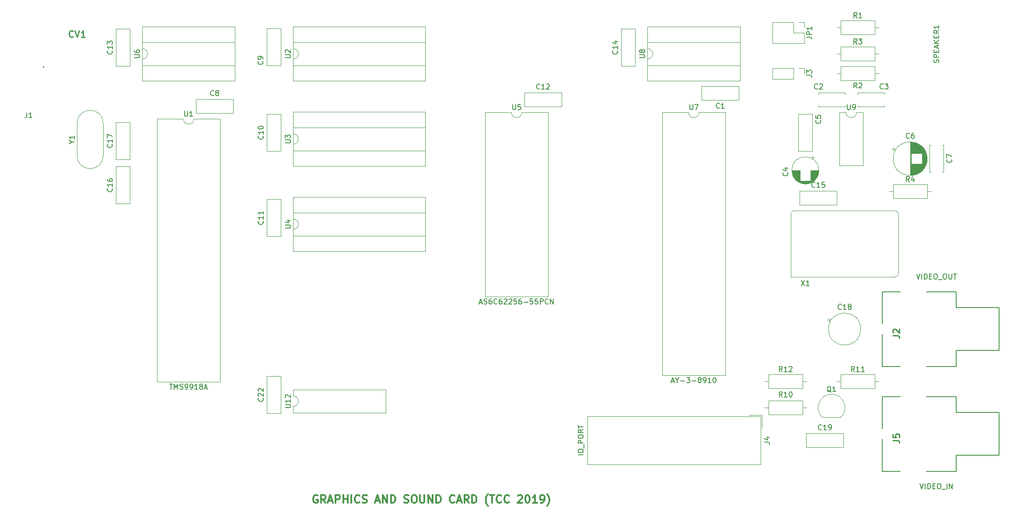
<source format=gbr>
G04 #@! TF.GenerationSoftware,KiCad,Pcbnew,(5.1.4)-1*
G04 #@! TF.CreationDate,2019-12-09T02:50:24+01:00*
G04 #@! TF.ProjectId,Z80MiniFrame-Sound_Graphics,5a38304d-696e-4694-9672-616d652d536f,rev?*
G04 #@! TF.SameCoordinates,Original*
G04 #@! TF.FileFunction,Legend,Top*
G04 #@! TF.FilePolarity,Positive*
%FSLAX46Y46*%
G04 Gerber Fmt 4.6, Leading zero omitted, Abs format (unit mm)*
G04 Created by KiCad (PCBNEW (5.1.4)-1) date 2019-12-09 02:50:24*
%MOMM*%
%LPD*%
G04 APERTURE LIST*
%ADD10C,0.150000*%
%ADD11C,0.300000*%
%ADD12C,0.200000*%
%ADD13C,0.120000*%
%ADD14C,0.254000*%
G04 APERTURE END LIST*
D10*
X231092857Y-98512380D02*
X231426190Y-99512380D01*
X231759523Y-98512380D01*
X232092857Y-99512380D02*
X232092857Y-98512380D01*
X232569047Y-99512380D02*
X232569047Y-98512380D01*
X232807142Y-98512380D01*
X232950000Y-98560000D01*
X233045238Y-98655238D01*
X233092857Y-98750476D01*
X233140476Y-98940952D01*
X233140476Y-99083809D01*
X233092857Y-99274285D01*
X233045238Y-99369523D01*
X232950000Y-99464761D01*
X232807142Y-99512380D01*
X232569047Y-99512380D01*
X233569047Y-98988571D02*
X233902380Y-98988571D01*
X234045238Y-99512380D02*
X233569047Y-99512380D01*
X233569047Y-98512380D01*
X234045238Y-98512380D01*
X234664285Y-98512380D02*
X234854761Y-98512380D01*
X234950000Y-98560000D01*
X235045238Y-98655238D01*
X235092857Y-98845714D01*
X235092857Y-99179047D01*
X235045238Y-99369523D01*
X234950000Y-99464761D01*
X234854761Y-99512380D01*
X234664285Y-99512380D01*
X234569047Y-99464761D01*
X234473809Y-99369523D01*
X234426190Y-99179047D01*
X234426190Y-98845714D01*
X234473809Y-98655238D01*
X234569047Y-98560000D01*
X234664285Y-98512380D01*
X235283333Y-99607619D02*
X236045238Y-99607619D01*
X236473809Y-98512380D02*
X236664285Y-98512380D01*
X236759523Y-98560000D01*
X236854761Y-98655238D01*
X236902380Y-98845714D01*
X236902380Y-99179047D01*
X236854761Y-99369523D01*
X236759523Y-99464761D01*
X236664285Y-99512380D01*
X236473809Y-99512380D01*
X236378571Y-99464761D01*
X236283333Y-99369523D01*
X236235714Y-99179047D01*
X236235714Y-98845714D01*
X236283333Y-98655238D01*
X236378571Y-98560000D01*
X236473809Y-98512380D01*
X237330952Y-98512380D02*
X237330952Y-99321904D01*
X237378571Y-99417142D01*
X237426190Y-99464761D01*
X237521428Y-99512380D01*
X237711904Y-99512380D01*
X237807142Y-99464761D01*
X237854761Y-99417142D01*
X237902380Y-99321904D01*
X237902380Y-98512380D01*
X238235714Y-98512380D02*
X238807142Y-98512380D01*
X238521428Y-99512380D02*
X238521428Y-98512380D01*
X231759523Y-139152380D02*
X232092857Y-140152380D01*
X232426190Y-139152380D01*
X232759523Y-140152380D02*
X232759523Y-139152380D01*
X233235714Y-140152380D02*
X233235714Y-139152380D01*
X233473809Y-139152380D01*
X233616666Y-139200000D01*
X233711904Y-139295238D01*
X233759523Y-139390476D01*
X233807142Y-139580952D01*
X233807142Y-139723809D01*
X233759523Y-139914285D01*
X233711904Y-140009523D01*
X233616666Y-140104761D01*
X233473809Y-140152380D01*
X233235714Y-140152380D01*
X234235714Y-139628571D02*
X234569047Y-139628571D01*
X234711904Y-140152380D02*
X234235714Y-140152380D01*
X234235714Y-139152380D01*
X234711904Y-139152380D01*
X235330952Y-139152380D02*
X235521428Y-139152380D01*
X235616666Y-139200000D01*
X235711904Y-139295238D01*
X235759523Y-139485714D01*
X235759523Y-139819047D01*
X235711904Y-140009523D01*
X235616666Y-140104761D01*
X235521428Y-140152380D01*
X235330952Y-140152380D01*
X235235714Y-140104761D01*
X235140476Y-140009523D01*
X235092857Y-139819047D01*
X235092857Y-139485714D01*
X235140476Y-139295238D01*
X235235714Y-139200000D01*
X235330952Y-139152380D01*
X235950000Y-140247619D02*
X236711904Y-140247619D01*
X236950000Y-140152380D02*
X236950000Y-139152380D01*
X237426190Y-140152380D02*
X237426190Y-139152380D01*
X237997619Y-140152380D01*
X237997619Y-139152380D01*
D11*
X115124285Y-141490000D02*
X114981428Y-141418571D01*
X114767142Y-141418571D01*
X114552857Y-141490000D01*
X114410000Y-141632857D01*
X114338571Y-141775714D01*
X114267142Y-142061428D01*
X114267142Y-142275714D01*
X114338571Y-142561428D01*
X114410000Y-142704285D01*
X114552857Y-142847142D01*
X114767142Y-142918571D01*
X114910000Y-142918571D01*
X115124285Y-142847142D01*
X115195714Y-142775714D01*
X115195714Y-142275714D01*
X114910000Y-142275714D01*
X116695714Y-142918571D02*
X116195714Y-142204285D01*
X115838571Y-142918571D02*
X115838571Y-141418571D01*
X116410000Y-141418571D01*
X116552857Y-141490000D01*
X116624285Y-141561428D01*
X116695714Y-141704285D01*
X116695714Y-141918571D01*
X116624285Y-142061428D01*
X116552857Y-142132857D01*
X116410000Y-142204285D01*
X115838571Y-142204285D01*
X117267142Y-142490000D02*
X117981428Y-142490000D01*
X117124285Y-142918571D02*
X117624285Y-141418571D01*
X118124285Y-142918571D01*
X118624285Y-142918571D02*
X118624285Y-141418571D01*
X119195714Y-141418571D01*
X119338571Y-141490000D01*
X119410000Y-141561428D01*
X119481428Y-141704285D01*
X119481428Y-141918571D01*
X119410000Y-142061428D01*
X119338571Y-142132857D01*
X119195714Y-142204285D01*
X118624285Y-142204285D01*
X120124285Y-142918571D02*
X120124285Y-141418571D01*
X120124285Y-142132857D02*
X120981428Y-142132857D01*
X120981428Y-142918571D02*
X120981428Y-141418571D01*
X121695714Y-142918571D02*
X121695714Y-141418571D01*
X123267142Y-142775714D02*
X123195714Y-142847142D01*
X122981428Y-142918571D01*
X122838571Y-142918571D01*
X122624285Y-142847142D01*
X122481428Y-142704285D01*
X122410000Y-142561428D01*
X122338571Y-142275714D01*
X122338571Y-142061428D01*
X122410000Y-141775714D01*
X122481428Y-141632857D01*
X122624285Y-141490000D01*
X122838571Y-141418571D01*
X122981428Y-141418571D01*
X123195714Y-141490000D01*
X123267142Y-141561428D01*
X123838571Y-142847142D02*
X124052857Y-142918571D01*
X124410000Y-142918571D01*
X124552857Y-142847142D01*
X124624285Y-142775714D01*
X124695714Y-142632857D01*
X124695714Y-142490000D01*
X124624285Y-142347142D01*
X124552857Y-142275714D01*
X124410000Y-142204285D01*
X124124285Y-142132857D01*
X123981428Y-142061428D01*
X123910000Y-141990000D01*
X123838571Y-141847142D01*
X123838571Y-141704285D01*
X123910000Y-141561428D01*
X123981428Y-141490000D01*
X124124285Y-141418571D01*
X124481428Y-141418571D01*
X124695714Y-141490000D01*
X126410000Y-142490000D02*
X127124285Y-142490000D01*
X126267142Y-142918571D02*
X126767142Y-141418571D01*
X127267142Y-142918571D01*
X127767142Y-142918571D02*
X127767142Y-141418571D01*
X128624285Y-142918571D01*
X128624285Y-141418571D01*
X129338571Y-142918571D02*
X129338571Y-141418571D01*
X129695714Y-141418571D01*
X129910000Y-141490000D01*
X130052857Y-141632857D01*
X130124285Y-141775714D01*
X130195714Y-142061428D01*
X130195714Y-142275714D01*
X130124285Y-142561428D01*
X130052857Y-142704285D01*
X129910000Y-142847142D01*
X129695714Y-142918571D01*
X129338571Y-142918571D01*
X131910000Y-142847142D02*
X132124285Y-142918571D01*
X132481428Y-142918571D01*
X132624285Y-142847142D01*
X132695714Y-142775714D01*
X132767142Y-142632857D01*
X132767142Y-142490000D01*
X132695714Y-142347142D01*
X132624285Y-142275714D01*
X132481428Y-142204285D01*
X132195714Y-142132857D01*
X132052857Y-142061428D01*
X131981428Y-141990000D01*
X131910000Y-141847142D01*
X131910000Y-141704285D01*
X131981428Y-141561428D01*
X132052857Y-141490000D01*
X132195714Y-141418571D01*
X132552857Y-141418571D01*
X132767142Y-141490000D01*
X133695714Y-141418571D02*
X133981428Y-141418571D01*
X134124285Y-141490000D01*
X134267142Y-141632857D01*
X134338571Y-141918571D01*
X134338571Y-142418571D01*
X134267142Y-142704285D01*
X134124285Y-142847142D01*
X133981428Y-142918571D01*
X133695714Y-142918571D01*
X133552857Y-142847142D01*
X133410000Y-142704285D01*
X133338571Y-142418571D01*
X133338571Y-141918571D01*
X133410000Y-141632857D01*
X133552857Y-141490000D01*
X133695714Y-141418571D01*
X134981428Y-141418571D02*
X134981428Y-142632857D01*
X135052857Y-142775714D01*
X135124285Y-142847142D01*
X135267142Y-142918571D01*
X135552857Y-142918571D01*
X135695714Y-142847142D01*
X135767142Y-142775714D01*
X135838571Y-142632857D01*
X135838571Y-141418571D01*
X136552857Y-142918571D02*
X136552857Y-141418571D01*
X137410000Y-142918571D01*
X137410000Y-141418571D01*
X138124285Y-142918571D02*
X138124285Y-141418571D01*
X138481428Y-141418571D01*
X138695714Y-141490000D01*
X138838571Y-141632857D01*
X138910000Y-141775714D01*
X138981428Y-142061428D01*
X138981428Y-142275714D01*
X138910000Y-142561428D01*
X138838571Y-142704285D01*
X138695714Y-142847142D01*
X138481428Y-142918571D01*
X138124285Y-142918571D01*
X141624285Y-142775714D02*
X141552857Y-142847142D01*
X141338571Y-142918571D01*
X141195714Y-142918571D01*
X140981428Y-142847142D01*
X140838571Y-142704285D01*
X140767142Y-142561428D01*
X140695714Y-142275714D01*
X140695714Y-142061428D01*
X140767142Y-141775714D01*
X140838571Y-141632857D01*
X140981428Y-141490000D01*
X141195714Y-141418571D01*
X141338571Y-141418571D01*
X141552857Y-141490000D01*
X141624285Y-141561428D01*
X142195714Y-142490000D02*
X142910000Y-142490000D01*
X142052857Y-142918571D02*
X142552857Y-141418571D01*
X143052857Y-142918571D01*
X144410000Y-142918571D02*
X143910000Y-142204285D01*
X143552857Y-142918571D02*
X143552857Y-141418571D01*
X144124285Y-141418571D01*
X144267142Y-141490000D01*
X144338571Y-141561428D01*
X144410000Y-141704285D01*
X144410000Y-141918571D01*
X144338571Y-142061428D01*
X144267142Y-142132857D01*
X144124285Y-142204285D01*
X143552857Y-142204285D01*
X145052857Y-142918571D02*
X145052857Y-141418571D01*
X145410000Y-141418571D01*
X145624285Y-141490000D01*
X145767142Y-141632857D01*
X145838571Y-141775714D01*
X145910000Y-142061428D01*
X145910000Y-142275714D01*
X145838571Y-142561428D01*
X145767142Y-142704285D01*
X145624285Y-142847142D01*
X145410000Y-142918571D01*
X145052857Y-142918571D01*
X148124285Y-143490000D02*
X148052857Y-143418571D01*
X147910000Y-143204285D01*
X147838571Y-143061428D01*
X147767142Y-142847142D01*
X147695714Y-142490000D01*
X147695714Y-142204285D01*
X147767142Y-141847142D01*
X147838571Y-141632857D01*
X147910000Y-141490000D01*
X148052857Y-141275714D01*
X148124285Y-141204285D01*
X148481428Y-141418571D02*
X149338571Y-141418571D01*
X148910000Y-142918571D02*
X148910000Y-141418571D01*
X150695714Y-142775714D02*
X150624285Y-142847142D01*
X150410000Y-142918571D01*
X150267142Y-142918571D01*
X150052857Y-142847142D01*
X149910000Y-142704285D01*
X149838571Y-142561428D01*
X149767142Y-142275714D01*
X149767142Y-142061428D01*
X149838571Y-141775714D01*
X149910000Y-141632857D01*
X150052857Y-141490000D01*
X150267142Y-141418571D01*
X150410000Y-141418571D01*
X150624285Y-141490000D01*
X150695714Y-141561428D01*
X152195714Y-142775714D02*
X152124285Y-142847142D01*
X151910000Y-142918571D01*
X151767142Y-142918571D01*
X151552857Y-142847142D01*
X151410000Y-142704285D01*
X151338571Y-142561428D01*
X151267142Y-142275714D01*
X151267142Y-142061428D01*
X151338571Y-141775714D01*
X151410000Y-141632857D01*
X151552857Y-141490000D01*
X151767142Y-141418571D01*
X151910000Y-141418571D01*
X152124285Y-141490000D01*
X152195714Y-141561428D01*
X153910000Y-141561428D02*
X153981428Y-141490000D01*
X154124285Y-141418571D01*
X154481428Y-141418571D01*
X154624285Y-141490000D01*
X154695714Y-141561428D01*
X154767142Y-141704285D01*
X154767142Y-141847142D01*
X154695714Y-142061428D01*
X153838571Y-142918571D01*
X154767142Y-142918571D01*
X155695714Y-141418571D02*
X155838571Y-141418571D01*
X155981428Y-141490000D01*
X156052857Y-141561428D01*
X156124285Y-141704285D01*
X156195714Y-141990000D01*
X156195714Y-142347142D01*
X156124285Y-142632857D01*
X156052857Y-142775714D01*
X155981428Y-142847142D01*
X155838571Y-142918571D01*
X155695714Y-142918571D01*
X155552857Y-142847142D01*
X155481428Y-142775714D01*
X155410000Y-142632857D01*
X155338571Y-142347142D01*
X155338571Y-141990000D01*
X155410000Y-141704285D01*
X155481428Y-141561428D01*
X155552857Y-141490000D01*
X155695714Y-141418571D01*
X157624285Y-142918571D02*
X156767142Y-142918571D01*
X157195714Y-142918571D02*
X157195714Y-141418571D01*
X157052857Y-141632857D01*
X156909999Y-141775714D01*
X156767142Y-141847142D01*
X158338571Y-142918571D02*
X158624285Y-142918571D01*
X158767142Y-142847142D01*
X158838571Y-142775714D01*
X158981428Y-142561428D01*
X159052857Y-142275714D01*
X159052857Y-141704285D01*
X158981428Y-141561428D01*
X158909999Y-141490000D01*
X158767142Y-141418571D01*
X158481428Y-141418571D01*
X158338571Y-141490000D01*
X158267142Y-141561428D01*
X158195714Y-141704285D01*
X158195714Y-142061428D01*
X158267142Y-142204285D01*
X158338571Y-142275714D01*
X158481428Y-142347142D01*
X158767142Y-142347142D01*
X158909999Y-142275714D01*
X158981428Y-142204285D01*
X159052857Y-142061428D01*
X159552857Y-143490000D02*
X159624285Y-143418571D01*
X159767142Y-143204285D01*
X159838571Y-143061428D01*
X159909999Y-142847142D01*
X159981428Y-142490000D01*
X159981428Y-142204285D01*
X159909999Y-141847142D01*
X159838571Y-141632857D01*
X159767142Y-141490000D01*
X159624285Y-141275714D01*
X159552857Y-141204285D01*
D12*
X62100000Y-58320000D02*
X62100000Y-58320000D01*
X62100000Y-58520000D02*
X62100000Y-58520000D01*
X62100000Y-58520000D02*
G75*
G02X62100000Y-58320000I0J100000D01*
G01*
X62100000Y-58320000D02*
G75*
G02X62100000Y-58520000I0J-100000D01*
G01*
D13*
X215670000Y-82450000D02*
X215670000Y-85190000D01*
X208430000Y-82450000D02*
X208430000Y-85190000D01*
X208430000Y-85190000D02*
X215670000Y-85190000D01*
X208430000Y-82450000D02*
X215670000Y-82450000D01*
X201180000Y-125885000D02*
X201180000Y-128425000D01*
X201180000Y-125885000D02*
X198640000Y-125885000D01*
X200930000Y-126135000D02*
X200930000Y-135485000D01*
X167370000Y-126135000D02*
X200930000Y-126135000D01*
X167370000Y-135485000D02*
X167370000Y-126135000D01*
X200930000Y-135485000D02*
X167370000Y-135485000D01*
D12*
X238760000Y-136790000D02*
X238760000Y-133690000D01*
X238760000Y-133690000D02*
X247060000Y-133690000D01*
X247060000Y-133690000D02*
X247060000Y-125390000D01*
X247060000Y-125390000D02*
X238760000Y-125390000D01*
X238760000Y-125390000D02*
X238760000Y-122290000D01*
X238760000Y-122290000D02*
X232992000Y-122290000D01*
X238760000Y-136790000D02*
X232992000Y-136790000D01*
X224460000Y-136790000D02*
X227948000Y-136790000D01*
X224460000Y-122290000D02*
X227948000Y-122290000D01*
X224460000Y-136790000D02*
X224460000Y-130565000D01*
X224460000Y-122290000D02*
X224460000Y-128515000D01*
X238760000Y-116470000D02*
X238760000Y-113370000D01*
X238760000Y-113370000D02*
X247060000Y-113370000D01*
X247060000Y-113370000D02*
X247060000Y-105070000D01*
X247060000Y-105070000D02*
X238760000Y-105070000D01*
X238760000Y-105070000D02*
X238760000Y-101970000D01*
X238760000Y-101970000D02*
X232992000Y-101970000D01*
X238760000Y-116470000D02*
X232992000Y-116470000D01*
X224460000Y-116470000D02*
X227948000Y-116470000D01*
X224460000Y-101970000D02*
X227948000Y-101970000D01*
X224460000Y-116470000D02*
X224460000Y-110245000D01*
X224460000Y-101970000D02*
X224460000Y-108195000D01*
D13*
X110430000Y-120940000D02*
X110430000Y-122190000D01*
X128330000Y-120940000D02*
X110430000Y-120940000D01*
X128330000Y-125440000D02*
X128330000Y-120940000D01*
X110430000Y-125440000D02*
X128330000Y-125440000D01*
X110430000Y-124190000D02*
X110430000Y-125440000D01*
X110430000Y-122190000D02*
G75*
G02X110430000Y-124190000I0J-1000000D01*
G01*
X223750000Y-119380000D02*
X222980000Y-119380000D01*
X215670000Y-119380000D02*
X216440000Y-119380000D01*
X222980000Y-118010000D02*
X216440000Y-118010000D01*
X222980000Y-120750000D02*
X222980000Y-118010000D01*
X216440000Y-120750000D02*
X222980000Y-120750000D01*
X216440000Y-118010000D02*
X216440000Y-120750000D01*
X201700000Y-124460000D02*
X202470000Y-124460000D01*
X209780000Y-124460000D02*
X209010000Y-124460000D01*
X202470000Y-125830000D02*
X209010000Y-125830000D01*
X202470000Y-123090000D02*
X202470000Y-125830000D01*
X209010000Y-123090000D02*
X202470000Y-123090000D01*
X209010000Y-125830000D02*
X209010000Y-123090000D01*
X216468478Y-126298478D02*
G75*
G03X214630000Y-121860000I-1838478J1838478D01*
G01*
X212791522Y-126298478D02*
G75*
G02X214630000Y-121860000I1838478J1838478D01*
G01*
X212830000Y-126310000D02*
X216430000Y-126310000D01*
X216940000Y-129440000D02*
X216940000Y-132180000D01*
X209700000Y-129440000D02*
X209700000Y-132180000D01*
X209700000Y-132180000D02*
X216940000Y-132180000D01*
X209700000Y-129440000D02*
X216940000Y-129440000D01*
X214110251Y-107165000D02*
X214110251Y-107765000D01*
X213810251Y-107465000D02*
X214410251Y-107465000D01*
X220270000Y-109220000D02*
G75*
G03X220270000Y-109220000I-3120000J0D01*
G01*
X188960000Y-67250000D02*
G75*
G02X186960000Y-67250000I-1000000J0D01*
G01*
X186960000Y-67250000D02*
X181900000Y-67250000D01*
X181900000Y-67250000D02*
X181900000Y-118170000D01*
X181900000Y-118170000D02*
X194020000Y-118170000D01*
X194020000Y-118170000D02*
X194020000Y-67250000D01*
X194020000Y-67250000D02*
X188960000Y-67250000D01*
X220690000Y-67250000D02*
X219440000Y-67250000D01*
X220690000Y-77530000D02*
X220690000Y-67250000D01*
X216190000Y-77530000D02*
X220690000Y-77530000D01*
X216190000Y-67250000D02*
X216190000Y-77530000D01*
X217440000Y-67250000D02*
X216190000Y-67250000D01*
X219440000Y-67250000D02*
G75*
G02X217440000Y-67250000I-1000000J0D01*
G01*
X215670000Y-59690000D02*
X216440000Y-59690000D01*
X223750000Y-59690000D02*
X222980000Y-59690000D01*
X216440000Y-61060000D02*
X222980000Y-61060000D01*
X216440000Y-58320000D02*
X216440000Y-61060000D01*
X222980000Y-58320000D02*
X216440000Y-58320000D01*
X222980000Y-61060000D02*
X222980000Y-58320000D01*
X209340000Y-58630000D02*
X209340000Y-59690000D01*
X208280000Y-58630000D02*
X209340000Y-58630000D01*
X207280000Y-58630000D02*
X207280000Y-60750000D01*
X207280000Y-60750000D02*
X203220000Y-60750000D01*
X207280000Y-58630000D02*
X203220000Y-58630000D01*
X203220000Y-58630000D02*
X203220000Y-60750000D01*
X209340000Y-49740000D02*
X209340000Y-50800000D01*
X208280000Y-49740000D02*
X209340000Y-49740000D01*
X209340000Y-51800000D02*
X209340000Y-53860000D01*
X207280000Y-51800000D02*
X209340000Y-51800000D01*
X207280000Y-49740000D02*
X207280000Y-51800000D01*
X209340000Y-53860000D02*
X203220000Y-53860000D01*
X207280000Y-49740000D02*
X203220000Y-49740000D01*
X203220000Y-49740000D02*
X203220000Y-53860000D01*
X208180000Y-67540000D02*
X210920000Y-67540000D01*
X208180000Y-74780000D02*
X210920000Y-74780000D01*
X210920000Y-74780000D02*
X210920000Y-67540000D01*
X208180000Y-74780000D02*
X208180000Y-67540000D01*
X211275000Y-75915225D02*
X210775000Y-75915225D01*
X211025000Y-75665225D02*
X211025000Y-76165225D01*
X209834000Y-81071000D02*
X209266000Y-81071000D01*
X210068000Y-81031000D02*
X209032000Y-81031000D01*
X210227000Y-80991000D02*
X208873000Y-80991000D01*
X210355000Y-80951000D02*
X208745000Y-80951000D01*
X210465000Y-80911000D02*
X208635000Y-80911000D01*
X210561000Y-80871000D02*
X208539000Y-80871000D01*
X210648000Y-80831000D02*
X208452000Y-80831000D01*
X210728000Y-80791000D02*
X208372000Y-80791000D01*
X210801000Y-80751000D02*
X208299000Y-80751000D01*
X210869000Y-80711000D02*
X208231000Y-80711000D01*
X210933000Y-80671000D02*
X208167000Y-80671000D01*
X210993000Y-80631000D02*
X208107000Y-80631000D01*
X211050000Y-80591000D02*
X208050000Y-80591000D01*
X211104000Y-80551000D02*
X207996000Y-80551000D01*
X211155000Y-80511000D02*
X207945000Y-80511000D01*
X208510000Y-80471000D02*
X207897000Y-80471000D01*
X211203000Y-80471000D02*
X210590000Y-80471000D01*
X208510000Y-80431000D02*
X207851000Y-80431000D01*
X211249000Y-80431000D02*
X210590000Y-80431000D01*
X208510000Y-80391000D02*
X207807000Y-80391000D01*
X211293000Y-80391000D02*
X210590000Y-80391000D01*
X208510000Y-80351000D02*
X207765000Y-80351000D01*
X211335000Y-80351000D02*
X210590000Y-80351000D01*
X208510000Y-80311000D02*
X207724000Y-80311000D01*
X211376000Y-80311000D02*
X210590000Y-80311000D01*
X208510000Y-80271000D02*
X207686000Y-80271000D01*
X211414000Y-80271000D02*
X210590000Y-80271000D01*
X208510000Y-80231000D02*
X207649000Y-80231000D01*
X211451000Y-80231000D02*
X210590000Y-80231000D01*
X208510000Y-80191000D02*
X207613000Y-80191000D01*
X211487000Y-80191000D02*
X210590000Y-80191000D01*
X208510000Y-80151000D02*
X207579000Y-80151000D01*
X211521000Y-80151000D02*
X210590000Y-80151000D01*
X208510000Y-80111000D02*
X207546000Y-80111000D01*
X211554000Y-80111000D02*
X210590000Y-80111000D01*
X208510000Y-80071000D02*
X207515000Y-80071000D01*
X211585000Y-80071000D02*
X210590000Y-80071000D01*
X208510000Y-80031000D02*
X207485000Y-80031000D01*
X211615000Y-80031000D02*
X210590000Y-80031000D01*
X208510000Y-79991000D02*
X207455000Y-79991000D01*
X211645000Y-79991000D02*
X210590000Y-79991000D01*
X208510000Y-79951000D02*
X207428000Y-79951000D01*
X211672000Y-79951000D02*
X210590000Y-79951000D01*
X208510000Y-79911000D02*
X207401000Y-79911000D01*
X211699000Y-79911000D02*
X210590000Y-79911000D01*
X208510000Y-79871000D02*
X207375000Y-79871000D01*
X211725000Y-79871000D02*
X210590000Y-79871000D01*
X208510000Y-79831000D02*
X207350000Y-79831000D01*
X211750000Y-79831000D02*
X210590000Y-79831000D01*
X208510000Y-79791000D02*
X207326000Y-79791000D01*
X211774000Y-79791000D02*
X210590000Y-79791000D01*
X208510000Y-79751000D02*
X207303000Y-79751000D01*
X211797000Y-79751000D02*
X210590000Y-79751000D01*
X208510000Y-79711000D02*
X207282000Y-79711000D01*
X211818000Y-79711000D02*
X210590000Y-79711000D01*
X208510000Y-79671000D02*
X207260000Y-79671000D01*
X211840000Y-79671000D02*
X210590000Y-79671000D01*
X208510000Y-79631000D02*
X207240000Y-79631000D01*
X211860000Y-79631000D02*
X210590000Y-79631000D01*
X208510000Y-79591000D02*
X207221000Y-79591000D01*
X211879000Y-79591000D02*
X210590000Y-79591000D01*
X208510000Y-79551000D02*
X207202000Y-79551000D01*
X211898000Y-79551000D02*
X210590000Y-79551000D01*
X208510000Y-79511000D02*
X207185000Y-79511000D01*
X211915000Y-79511000D02*
X210590000Y-79511000D01*
X208510000Y-79471000D02*
X207168000Y-79471000D01*
X211932000Y-79471000D02*
X210590000Y-79471000D01*
X208510000Y-79431000D02*
X207152000Y-79431000D01*
X211948000Y-79431000D02*
X210590000Y-79431000D01*
X208510000Y-79391000D02*
X207136000Y-79391000D01*
X211964000Y-79391000D02*
X210590000Y-79391000D01*
X208510000Y-79351000D02*
X207122000Y-79351000D01*
X211978000Y-79351000D02*
X210590000Y-79351000D01*
X208510000Y-79311000D02*
X207108000Y-79311000D01*
X211992000Y-79311000D02*
X210590000Y-79311000D01*
X208510000Y-79271000D02*
X207095000Y-79271000D01*
X212005000Y-79271000D02*
X210590000Y-79271000D01*
X208510000Y-79231000D02*
X207082000Y-79231000D01*
X212018000Y-79231000D02*
X210590000Y-79231000D01*
X208510000Y-79191000D02*
X207070000Y-79191000D01*
X212030000Y-79191000D02*
X210590000Y-79191000D01*
X208510000Y-79150000D02*
X207059000Y-79150000D01*
X212041000Y-79150000D02*
X210590000Y-79150000D01*
X208510000Y-79110000D02*
X207049000Y-79110000D01*
X212051000Y-79110000D02*
X210590000Y-79110000D01*
X208510000Y-79070000D02*
X207039000Y-79070000D01*
X212061000Y-79070000D02*
X210590000Y-79070000D01*
X208510000Y-79030000D02*
X207030000Y-79030000D01*
X212070000Y-79030000D02*
X210590000Y-79030000D01*
X208510000Y-78990000D02*
X207022000Y-78990000D01*
X212078000Y-78990000D02*
X210590000Y-78990000D01*
X208510000Y-78950000D02*
X207014000Y-78950000D01*
X212086000Y-78950000D02*
X210590000Y-78950000D01*
X208510000Y-78910000D02*
X207007000Y-78910000D01*
X212093000Y-78910000D02*
X210590000Y-78910000D01*
X208510000Y-78870000D02*
X207000000Y-78870000D01*
X212100000Y-78870000D02*
X210590000Y-78870000D01*
X208510000Y-78830000D02*
X206994000Y-78830000D01*
X212106000Y-78830000D02*
X210590000Y-78830000D01*
X208510000Y-78790000D02*
X206989000Y-78790000D01*
X212111000Y-78790000D02*
X210590000Y-78790000D01*
X208510000Y-78750000D02*
X206985000Y-78750000D01*
X212115000Y-78750000D02*
X210590000Y-78750000D01*
X208510000Y-78710000D02*
X206981000Y-78710000D01*
X212119000Y-78710000D02*
X210590000Y-78710000D01*
X208510000Y-78670000D02*
X206977000Y-78670000D01*
X212123000Y-78670000D02*
X210590000Y-78670000D01*
X208510000Y-78630000D02*
X206974000Y-78630000D01*
X212126000Y-78630000D02*
X210590000Y-78630000D01*
X208510000Y-78590000D02*
X206972000Y-78590000D01*
X212128000Y-78590000D02*
X210590000Y-78590000D01*
X208510000Y-78550000D02*
X206971000Y-78550000D01*
X212129000Y-78550000D02*
X210590000Y-78550000D01*
X212130000Y-78510000D02*
X210590000Y-78510000D01*
X208510000Y-78510000D02*
X206970000Y-78510000D01*
X212130000Y-78470000D02*
X210590000Y-78470000D01*
X208510000Y-78470000D02*
X206970000Y-78470000D01*
X212170000Y-78470000D02*
G75*
G03X212170000Y-78470000I-2620000J0D01*
G01*
X96230000Y-68520000D02*
X91170000Y-68520000D01*
X96230000Y-119440000D02*
X96230000Y-68520000D01*
X84110000Y-119440000D02*
X96230000Y-119440000D01*
X84110000Y-68520000D02*
X84110000Y-119440000D01*
X89170000Y-68520000D02*
X84110000Y-68520000D01*
X91170000Y-68520000D02*
G75*
G02X89170000Y-68520000I-1000000J0D01*
G01*
X76100000Y-69150000D02*
X78840000Y-69150000D01*
X76100000Y-76390000D02*
X78840000Y-76390000D01*
X78840000Y-76390000D02*
X78840000Y-69150000D01*
X76100000Y-76390000D02*
X76100000Y-69150000D01*
X159730000Y-67250000D02*
X154670000Y-67250000D01*
X159730000Y-102930000D02*
X159730000Y-67250000D01*
X147610000Y-102930000D02*
X159730000Y-102930000D01*
X147610000Y-67250000D02*
X147610000Y-102930000D01*
X152670000Y-67250000D02*
X147610000Y-67250000D01*
X154670000Y-67250000D02*
G75*
G02X152670000Y-67250000I-1000000J0D01*
G01*
X207470000Y-86260000D02*
G75*
G03X206720000Y-87010000I0J-750000D01*
G01*
X227620000Y-87010000D02*
G75*
G03X226870000Y-86260000I-750000J0D01*
G01*
X226870000Y-99160000D02*
G75*
G03X227620000Y-98410000I0J750000D01*
G01*
X206720000Y-99160000D02*
X226870000Y-99160000D01*
X227620000Y-98410000D02*
X227620000Y-87010000D01*
X226870000Y-86260000D02*
X207470000Y-86260000D01*
X206720000Y-87010000D02*
X206720000Y-99160000D01*
X105310000Y-118340000D02*
X108050000Y-118340000D01*
X105310000Y-125580000D02*
X108050000Y-125580000D01*
X108050000Y-125580000D02*
X108050000Y-118340000D01*
X105310000Y-125580000D02*
X105310000Y-118340000D01*
X209780000Y-119380000D02*
X209010000Y-119380000D01*
X201700000Y-119380000D02*
X202470000Y-119380000D01*
X209010000Y-118010000D02*
X202470000Y-118010000D01*
X209010000Y-120750000D02*
X209010000Y-118010000D01*
X202470000Y-120750000D02*
X209010000Y-120750000D01*
X202470000Y-118010000D02*
X202470000Y-120750000D01*
X73645000Y-69355000D02*
G75*
G03X68595000Y-69355000I-2525000J0D01*
G01*
X73645000Y-75605000D02*
G75*
G02X68595000Y-75605000I-2525000J0D01*
G01*
X73645000Y-75605000D02*
X73645000Y-69355000D01*
X68595000Y-75605000D02*
X68595000Y-69355000D01*
X76100000Y-77700000D02*
X78840000Y-77700000D01*
X76100000Y-84940000D02*
X78840000Y-84940000D01*
X78840000Y-84940000D02*
X78840000Y-77700000D01*
X76100000Y-84940000D02*
X76100000Y-77700000D01*
X173890000Y-51030000D02*
X176630000Y-51030000D01*
X173890000Y-58270000D02*
X176630000Y-58270000D01*
X176630000Y-58270000D02*
X176630000Y-51030000D01*
X173890000Y-58270000D02*
X173890000Y-51030000D01*
X76100000Y-51030000D02*
X78840000Y-51030000D01*
X76100000Y-58270000D02*
X78840000Y-58270000D01*
X78840000Y-58270000D02*
X78840000Y-51030000D01*
X76100000Y-58270000D02*
X76100000Y-51030000D01*
X162410000Y-63400000D02*
X162410000Y-66140000D01*
X155170000Y-63400000D02*
X155170000Y-66140000D01*
X155170000Y-66140000D02*
X162410000Y-66140000D01*
X155170000Y-63400000D02*
X162410000Y-63400000D01*
X105310000Y-84050000D02*
X108050000Y-84050000D01*
X105310000Y-91290000D02*
X108050000Y-91290000D01*
X108050000Y-91290000D02*
X108050000Y-84050000D01*
X105310000Y-91290000D02*
X105310000Y-84050000D01*
X105310000Y-67540000D02*
X108050000Y-67540000D01*
X105310000Y-74780000D02*
X108050000Y-74780000D01*
X108050000Y-74780000D02*
X108050000Y-67540000D01*
X105310000Y-74780000D02*
X105310000Y-67540000D01*
X108050000Y-58190000D02*
X105310000Y-58190000D01*
X108050000Y-50950000D02*
X105310000Y-50950000D01*
X105310000Y-50950000D02*
X105310000Y-58190000D01*
X108050000Y-50950000D02*
X108050000Y-58190000D01*
X98830000Y-64670000D02*
X98830000Y-67410000D01*
X91590000Y-64670000D02*
X91590000Y-67410000D01*
X91590000Y-67410000D02*
X98830000Y-67410000D01*
X91590000Y-64670000D02*
X98830000Y-64670000D01*
X189460000Y-64870000D02*
X189460000Y-62130000D01*
X196700000Y-64870000D02*
X196700000Y-62130000D01*
X196700000Y-62130000D02*
X189460000Y-62130000D01*
X196700000Y-64870000D02*
X189460000Y-64870000D01*
X233910000Y-82550000D02*
X233140000Y-82550000D01*
X225830000Y-82550000D02*
X226600000Y-82550000D01*
X233140000Y-81180000D02*
X226600000Y-81180000D01*
X233140000Y-83920000D02*
X233140000Y-81180000D01*
X226600000Y-83920000D02*
X233140000Y-83920000D01*
X226600000Y-81180000D02*
X226600000Y-83920000D01*
X233895000Y-78780000D02*
X233580000Y-78780000D01*
X236320000Y-78780000D02*
X236005000Y-78780000D01*
X233895000Y-73540000D02*
X233580000Y-73540000D01*
X236320000Y-73540000D02*
X236005000Y-73540000D01*
X233580000Y-73540000D02*
X233580000Y-78780000D01*
X236320000Y-73540000D02*
X236320000Y-78780000D01*
X219670000Y-63715000D02*
X219670000Y-63400000D01*
X219670000Y-66140000D02*
X219670000Y-65825000D01*
X224910000Y-63715000D02*
X224910000Y-63400000D01*
X224910000Y-66140000D02*
X224910000Y-65825000D01*
X224910000Y-63400000D02*
X219670000Y-63400000D01*
X224910000Y-66140000D02*
X219670000Y-66140000D01*
X212050000Y-63715000D02*
X212050000Y-63400000D01*
X212050000Y-66140000D02*
X212050000Y-65825000D01*
X217290000Y-63715000D02*
X217290000Y-63400000D01*
X217290000Y-66140000D02*
X217290000Y-65825000D01*
X217290000Y-63400000D02*
X212050000Y-63400000D01*
X217290000Y-66140000D02*
X212050000Y-66140000D01*
X226664759Y-74046000D02*
X226664759Y-74676000D01*
X226349759Y-74361000D02*
X226979759Y-74361000D01*
X233091000Y-75798000D02*
X233091000Y-76602000D01*
X233051000Y-75567000D02*
X233051000Y-76833000D01*
X233011000Y-75398000D02*
X233011000Y-77002000D01*
X232971000Y-75260000D02*
X232971000Y-77140000D01*
X232931000Y-75141000D02*
X232931000Y-77259000D01*
X232891000Y-75035000D02*
X232891000Y-77365000D01*
X232851000Y-74938000D02*
X232851000Y-77462000D01*
X232811000Y-74850000D02*
X232811000Y-77550000D01*
X232771000Y-74768000D02*
X232771000Y-77632000D01*
X232731000Y-74691000D02*
X232731000Y-77709000D01*
X232691000Y-74619000D02*
X232691000Y-77781000D01*
X232651000Y-74550000D02*
X232651000Y-77850000D01*
X232611000Y-74486000D02*
X232611000Y-77914000D01*
X232571000Y-74424000D02*
X232571000Y-77976000D01*
X232531000Y-74366000D02*
X232531000Y-78034000D01*
X232491000Y-74310000D02*
X232491000Y-78090000D01*
X232451000Y-74256000D02*
X232451000Y-78144000D01*
X232411000Y-74205000D02*
X232411000Y-78195000D01*
X232371000Y-74156000D02*
X232371000Y-78244000D01*
X232331000Y-74108000D02*
X232331000Y-78292000D01*
X232291000Y-74063000D02*
X232291000Y-78337000D01*
X232251000Y-74018000D02*
X232251000Y-78382000D01*
X232211000Y-73976000D02*
X232211000Y-78424000D01*
X232171000Y-73935000D02*
X232171000Y-78465000D01*
X232131000Y-77240000D02*
X232131000Y-78505000D01*
X232131000Y-73895000D02*
X232131000Y-75160000D01*
X232091000Y-77240000D02*
X232091000Y-78543000D01*
X232091000Y-73857000D02*
X232091000Y-75160000D01*
X232051000Y-77240000D02*
X232051000Y-78580000D01*
X232051000Y-73820000D02*
X232051000Y-75160000D01*
X232011000Y-77240000D02*
X232011000Y-78616000D01*
X232011000Y-73784000D02*
X232011000Y-75160000D01*
X231971000Y-77240000D02*
X231971000Y-78650000D01*
X231971000Y-73750000D02*
X231971000Y-75160000D01*
X231931000Y-77240000D02*
X231931000Y-78684000D01*
X231931000Y-73716000D02*
X231931000Y-75160000D01*
X231891000Y-77240000D02*
X231891000Y-78716000D01*
X231891000Y-73684000D02*
X231891000Y-75160000D01*
X231851000Y-77240000D02*
X231851000Y-78748000D01*
X231851000Y-73652000D02*
X231851000Y-75160000D01*
X231811000Y-77240000D02*
X231811000Y-78778000D01*
X231811000Y-73622000D02*
X231811000Y-75160000D01*
X231771000Y-77240000D02*
X231771000Y-78807000D01*
X231771000Y-73593000D02*
X231771000Y-75160000D01*
X231731000Y-77240000D02*
X231731000Y-78836000D01*
X231731000Y-73564000D02*
X231731000Y-75160000D01*
X231691000Y-77240000D02*
X231691000Y-78864000D01*
X231691000Y-73536000D02*
X231691000Y-75160000D01*
X231651000Y-77240000D02*
X231651000Y-78890000D01*
X231651000Y-73510000D02*
X231651000Y-75160000D01*
X231611000Y-77240000D02*
X231611000Y-78916000D01*
X231611000Y-73484000D02*
X231611000Y-75160000D01*
X231571000Y-77240000D02*
X231571000Y-78942000D01*
X231571000Y-73458000D02*
X231571000Y-75160000D01*
X231531000Y-77240000D02*
X231531000Y-78966000D01*
X231531000Y-73434000D02*
X231531000Y-75160000D01*
X231491000Y-77240000D02*
X231491000Y-78990000D01*
X231491000Y-73410000D02*
X231491000Y-75160000D01*
X231451000Y-77240000D02*
X231451000Y-79012000D01*
X231451000Y-73388000D02*
X231451000Y-75160000D01*
X231411000Y-77240000D02*
X231411000Y-79034000D01*
X231411000Y-73366000D02*
X231411000Y-75160000D01*
X231371000Y-77240000D02*
X231371000Y-79056000D01*
X231371000Y-73344000D02*
X231371000Y-75160000D01*
X231331000Y-77240000D02*
X231331000Y-79076000D01*
X231331000Y-73324000D02*
X231331000Y-75160000D01*
X231291000Y-77240000D02*
X231291000Y-79096000D01*
X231291000Y-73304000D02*
X231291000Y-75160000D01*
X231251000Y-77240000D02*
X231251000Y-79116000D01*
X231251000Y-73284000D02*
X231251000Y-75160000D01*
X231211000Y-77240000D02*
X231211000Y-79134000D01*
X231211000Y-73266000D02*
X231211000Y-75160000D01*
X231171000Y-77240000D02*
X231171000Y-79152000D01*
X231171000Y-73248000D02*
X231171000Y-75160000D01*
X231131000Y-77240000D02*
X231131000Y-79170000D01*
X231131000Y-73230000D02*
X231131000Y-75160000D01*
X231091000Y-77240000D02*
X231091000Y-79186000D01*
X231091000Y-73214000D02*
X231091000Y-75160000D01*
X231051000Y-77240000D02*
X231051000Y-79202000D01*
X231051000Y-73198000D02*
X231051000Y-75160000D01*
X231011000Y-77240000D02*
X231011000Y-79218000D01*
X231011000Y-73182000D02*
X231011000Y-75160000D01*
X230971000Y-77240000D02*
X230971000Y-79233000D01*
X230971000Y-73167000D02*
X230971000Y-75160000D01*
X230931000Y-77240000D02*
X230931000Y-79247000D01*
X230931000Y-73153000D02*
X230931000Y-75160000D01*
X230891000Y-77240000D02*
X230891000Y-79261000D01*
X230891000Y-73139000D02*
X230891000Y-75160000D01*
X230851000Y-77240000D02*
X230851000Y-79274000D01*
X230851000Y-73126000D02*
X230851000Y-75160000D01*
X230811000Y-77240000D02*
X230811000Y-79286000D01*
X230811000Y-73114000D02*
X230811000Y-75160000D01*
X230771000Y-77240000D02*
X230771000Y-79298000D01*
X230771000Y-73102000D02*
X230771000Y-75160000D01*
X230731000Y-77240000D02*
X230731000Y-79310000D01*
X230731000Y-73090000D02*
X230731000Y-75160000D01*
X230691000Y-77240000D02*
X230691000Y-79321000D01*
X230691000Y-73079000D02*
X230691000Y-75160000D01*
X230651000Y-77240000D02*
X230651000Y-79331000D01*
X230651000Y-73069000D02*
X230651000Y-75160000D01*
X230611000Y-77240000D02*
X230611000Y-79341000D01*
X230611000Y-73059000D02*
X230611000Y-75160000D01*
X230571000Y-77240000D02*
X230571000Y-79350000D01*
X230571000Y-73050000D02*
X230571000Y-75160000D01*
X230530000Y-77240000D02*
X230530000Y-79359000D01*
X230530000Y-73041000D02*
X230530000Y-75160000D01*
X230490000Y-77240000D02*
X230490000Y-79367000D01*
X230490000Y-73033000D02*
X230490000Y-75160000D01*
X230450000Y-77240000D02*
X230450000Y-79375000D01*
X230450000Y-73025000D02*
X230450000Y-75160000D01*
X230410000Y-77240000D02*
X230410000Y-79382000D01*
X230410000Y-73018000D02*
X230410000Y-75160000D01*
X230370000Y-77240000D02*
X230370000Y-79389000D01*
X230370000Y-73011000D02*
X230370000Y-75160000D01*
X230330000Y-77240000D02*
X230330000Y-79395000D01*
X230330000Y-73005000D02*
X230330000Y-75160000D01*
X230290000Y-77240000D02*
X230290000Y-79401000D01*
X230290000Y-72999000D02*
X230290000Y-75160000D01*
X230250000Y-77240000D02*
X230250000Y-79406000D01*
X230250000Y-72994000D02*
X230250000Y-75160000D01*
X230210000Y-77240000D02*
X230210000Y-79411000D01*
X230210000Y-72989000D02*
X230210000Y-75160000D01*
X230170000Y-77240000D02*
X230170000Y-79415000D01*
X230170000Y-72985000D02*
X230170000Y-75160000D01*
X230130000Y-77240000D02*
X230130000Y-79418000D01*
X230130000Y-72982000D02*
X230130000Y-75160000D01*
X230090000Y-77240000D02*
X230090000Y-79422000D01*
X230090000Y-72978000D02*
X230090000Y-75160000D01*
X230050000Y-72976000D02*
X230050000Y-79424000D01*
X230010000Y-72973000D02*
X230010000Y-79427000D01*
X229970000Y-72972000D02*
X229970000Y-79428000D01*
X229930000Y-72970000D02*
X229930000Y-79430000D01*
X229890000Y-72970000D02*
X229890000Y-79430000D01*
X229850000Y-72970000D02*
X229850000Y-79430000D01*
X233120000Y-76200000D02*
G75*
G03X233120000Y-76200000I-3270000J0D01*
G01*
X223750000Y-55880000D02*
X222980000Y-55880000D01*
X215670000Y-55880000D02*
X216440000Y-55880000D01*
X222980000Y-54510000D02*
X216440000Y-54510000D01*
X222980000Y-57250000D02*
X222980000Y-54510000D01*
X216440000Y-57250000D02*
X222980000Y-57250000D01*
X216440000Y-54510000D02*
X216440000Y-57250000D01*
X223750000Y-50800000D02*
X222980000Y-50800000D01*
X215670000Y-50800000D02*
X216440000Y-50800000D01*
X222980000Y-49430000D02*
X216440000Y-49430000D01*
X222980000Y-52170000D02*
X222980000Y-49430000D01*
X216440000Y-52170000D02*
X222980000Y-52170000D01*
X216440000Y-49430000D02*
X216440000Y-52170000D01*
X81220000Y-54880000D02*
G75*
G02X81220000Y-56880000I0J-1000000D01*
G01*
X81220000Y-56880000D02*
X81220000Y-58130000D01*
X81220000Y-58130000D02*
X99120000Y-58130000D01*
X99120000Y-58130000D02*
X99120000Y-53630000D01*
X99120000Y-53630000D02*
X81220000Y-53630000D01*
X81220000Y-53630000D02*
X81220000Y-54880000D01*
X81160000Y-61130000D02*
X99180000Y-61130000D01*
X99180000Y-61130000D02*
X99180000Y-50630000D01*
X99180000Y-50630000D02*
X81160000Y-50630000D01*
X81160000Y-50630000D02*
X81160000Y-61130000D01*
X179010000Y-54880000D02*
G75*
G02X179010000Y-56880000I0J-1000000D01*
G01*
X179010000Y-56880000D02*
X179010000Y-58130000D01*
X179010000Y-58130000D02*
X196910000Y-58130000D01*
X196910000Y-58130000D02*
X196910000Y-53630000D01*
X196910000Y-53630000D02*
X179010000Y-53630000D01*
X179010000Y-53630000D02*
X179010000Y-54880000D01*
X178950000Y-61130000D02*
X196970000Y-61130000D01*
X196970000Y-61130000D02*
X196970000Y-50630000D01*
X196970000Y-50630000D02*
X178950000Y-50630000D01*
X178950000Y-50630000D02*
X178950000Y-61130000D01*
X110370000Y-83650000D02*
X110370000Y-94150000D01*
X136010000Y-83650000D02*
X110370000Y-83650000D01*
X136010000Y-94150000D02*
X136010000Y-83650000D01*
X110370000Y-94150000D02*
X136010000Y-94150000D01*
X110430000Y-86650000D02*
X110430000Y-87900000D01*
X135950000Y-86650000D02*
X110430000Y-86650000D01*
X135950000Y-91150000D02*
X135950000Y-86650000D01*
X110430000Y-91150000D02*
X135950000Y-91150000D01*
X110430000Y-89900000D02*
X110430000Y-91150000D01*
X110430000Y-87900000D02*
G75*
G02X110430000Y-89900000I0J-1000000D01*
G01*
X110370000Y-67140000D02*
X110370000Y-77640000D01*
X136010000Y-67140000D02*
X110370000Y-67140000D01*
X136010000Y-77640000D02*
X136010000Y-67140000D01*
X110370000Y-77640000D02*
X136010000Y-77640000D01*
X110430000Y-70140000D02*
X110430000Y-71390000D01*
X135950000Y-70140000D02*
X110430000Y-70140000D01*
X135950000Y-74640000D02*
X135950000Y-70140000D01*
X110430000Y-74640000D02*
X135950000Y-74640000D01*
X110430000Y-73390000D02*
X110430000Y-74640000D01*
X110430000Y-71390000D02*
G75*
G02X110430000Y-73390000I0J-1000000D01*
G01*
X110370000Y-50630000D02*
X110370000Y-61130000D01*
X136010000Y-50630000D02*
X110370000Y-50630000D01*
X136010000Y-61130000D02*
X136010000Y-50630000D01*
X110370000Y-61130000D02*
X136010000Y-61130000D01*
X110430000Y-53630000D02*
X110430000Y-54880000D01*
X135950000Y-53630000D02*
X110430000Y-53630000D01*
X135950000Y-58130000D02*
X135950000Y-53630000D01*
X110430000Y-58130000D02*
X135950000Y-58130000D01*
X110430000Y-56880000D02*
X110430000Y-58130000D01*
X110430000Y-54880000D02*
G75*
G02X110430000Y-56880000I0J-1000000D01*
G01*
D14*
X67824047Y-52523571D02*
X67763571Y-52584047D01*
X67582142Y-52644523D01*
X67461190Y-52644523D01*
X67279761Y-52584047D01*
X67158809Y-52463095D01*
X67098333Y-52342142D01*
X67037857Y-52100238D01*
X67037857Y-51918809D01*
X67098333Y-51676904D01*
X67158809Y-51555952D01*
X67279761Y-51435000D01*
X67461190Y-51374523D01*
X67582142Y-51374523D01*
X67763571Y-51435000D01*
X67824047Y-51495476D01*
X68186904Y-51374523D02*
X68610238Y-52644523D01*
X69033571Y-51374523D01*
X70122142Y-52644523D02*
X69396428Y-52644523D01*
X69759285Y-52644523D02*
X69759285Y-51374523D01*
X69638333Y-51555952D01*
X69517380Y-51676904D01*
X69396428Y-51737380D01*
D10*
X211407142Y-81677142D02*
X211359523Y-81724761D01*
X211216666Y-81772380D01*
X211121428Y-81772380D01*
X210978571Y-81724761D01*
X210883333Y-81629523D01*
X210835714Y-81534285D01*
X210788095Y-81343809D01*
X210788095Y-81200952D01*
X210835714Y-81010476D01*
X210883333Y-80915238D01*
X210978571Y-80820000D01*
X211121428Y-80772380D01*
X211216666Y-80772380D01*
X211359523Y-80820000D01*
X211407142Y-80867619D01*
X212359523Y-81772380D02*
X211788095Y-81772380D01*
X212073809Y-81772380D02*
X212073809Y-80772380D01*
X211978571Y-80915238D01*
X211883333Y-81010476D01*
X211788095Y-81058095D01*
X213264285Y-80772380D02*
X212788095Y-80772380D01*
X212740476Y-81248571D01*
X212788095Y-81200952D01*
X212883333Y-81153333D01*
X213121428Y-81153333D01*
X213216666Y-81200952D01*
X213264285Y-81248571D01*
X213311904Y-81343809D01*
X213311904Y-81581904D01*
X213264285Y-81677142D01*
X213216666Y-81724761D01*
X213121428Y-81772380D01*
X212883333Y-81772380D01*
X212788095Y-81724761D01*
X212740476Y-81677142D01*
X201636380Y-131143333D02*
X202350666Y-131143333D01*
X202493523Y-131190952D01*
X202588761Y-131286190D01*
X202636380Y-131429047D01*
X202636380Y-131524285D01*
X201969714Y-130238571D02*
X202636380Y-130238571D01*
X201588761Y-130476666D02*
X202303047Y-130714761D01*
X202303047Y-130095714D01*
X166568380Y-133619523D02*
X165568380Y-133619523D01*
X165568380Y-132952857D02*
X165568380Y-132762380D01*
X165616000Y-132667142D01*
X165711238Y-132571904D01*
X165901714Y-132524285D01*
X166235047Y-132524285D01*
X166425523Y-132571904D01*
X166520761Y-132667142D01*
X166568380Y-132762380D01*
X166568380Y-132952857D01*
X166520761Y-133048095D01*
X166425523Y-133143333D01*
X166235047Y-133190952D01*
X165901714Y-133190952D01*
X165711238Y-133143333D01*
X165616000Y-133048095D01*
X165568380Y-132952857D01*
X166663619Y-132333809D02*
X166663619Y-131571904D01*
X166568380Y-131333809D02*
X165568380Y-131333809D01*
X165568380Y-130952857D01*
X165616000Y-130857619D01*
X165663619Y-130810000D01*
X165758857Y-130762380D01*
X165901714Y-130762380D01*
X165996952Y-130810000D01*
X166044571Y-130857619D01*
X166092190Y-130952857D01*
X166092190Y-131333809D01*
X165568380Y-130143333D02*
X165568380Y-129952857D01*
X165616000Y-129857619D01*
X165711238Y-129762380D01*
X165901714Y-129714761D01*
X166235047Y-129714761D01*
X166425523Y-129762380D01*
X166520761Y-129857619D01*
X166568380Y-129952857D01*
X166568380Y-130143333D01*
X166520761Y-130238571D01*
X166425523Y-130333809D01*
X166235047Y-130381428D01*
X165901714Y-130381428D01*
X165711238Y-130333809D01*
X165616000Y-130238571D01*
X165568380Y-130143333D01*
X166568380Y-128714761D02*
X166092190Y-129048095D01*
X166568380Y-129286190D02*
X165568380Y-129286190D01*
X165568380Y-128905238D01*
X165616000Y-128810000D01*
X165663619Y-128762380D01*
X165758857Y-128714761D01*
X165901714Y-128714761D01*
X165996952Y-128762380D01*
X166044571Y-128810000D01*
X166092190Y-128905238D01*
X166092190Y-129286190D01*
X165568380Y-128429047D02*
X165568380Y-127857619D01*
X166568380Y-128143333D02*
X165568380Y-128143333D01*
D14*
X226513523Y-130783333D02*
X227420666Y-130783333D01*
X227602095Y-130843809D01*
X227723047Y-130964761D01*
X227783523Y-131146190D01*
X227783523Y-131267142D01*
X226513523Y-129573809D02*
X226513523Y-130178571D01*
X227118285Y-130239047D01*
X227057809Y-130178571D01*
X226997333Y-130057619D01*
X226997333Y-129755238D01*
X227057809Y-129634285D01*
X227118285Y-129573809D01*
X227239238Y-129513333D01*
X227541619Y-129513333D01*
X227662571Y-129573809D01*
X227723047Y-129634285D01*
X227783523Y-129755238D01*
X227783523Y-130057619D01*
X227723047Y-130178571D01*
X227662571Y-130239047D01*
X226513523Y-110463333D02*
X227420666Y-110463333D01*
X227602095Y-110523809D01*
X227723047Y-110644761D01*
X227783523Y-110826190D01*
X227783523Y-110947142D01*
X226634476Y-109919047D02*
X226574000Y-109858571D01*
X226513523Y-109737619D01*
X226513523Y-109435238D01*
X226574000Y-109314285D01*
X226634476Y-109253809D01*
X226755428Y-109193333D01*
X226876380Y-109193333D01*
X227057809Y-109253809D01*
X227783523Y-109979523D01*
X227783523Y-109193333D01*
D10*
X108882380Y-124428095D02*
X109691904Y-124428095D01*
X109787142Y-124380476D01*
X109834761Y-124332857D01*
X109882380Y-124237619D01*
X109882380Y-124047142D01*
X109834761Y-123951904D01*
X109787142Y-123904285D01*
X109691904Y-123856666D01*
X108882380Y-123856666D01*
X109882380Y-122856666D02*
X109882380Y-123428095D01*
X109882380Y-123142380D02*
X108882380Y-123142380D01*
X109025238Y-123237619D01*
X109120476Y-123332857D01*
X109168095Y-123428095D01*
X108977619Y-122475714D02*
X108930000Y-122428095D01*
X108882380Y-122332857D01*
X108882380Y-122094761D01*
X108930000Y-121999523D01*
X108977619Y-121951904D01*
X109072857Y-121904285D01*
X109168095Y-121904285D01*
X109310952Y-121951904D01*
X109882380Y-122523333D01*
X109882380Y-121904285D01*
X219067142Y-117462380D02*
X218733809Y-116986190D01*
X218495714Y-117462380D02*
X218495714Y-116462380D01*
X218876666Y-116462380D01*
X218971904Y-116510000D01*
X219019523Y-116557619D01*
X219067142Y-116652857D01*
X219067142Y-116795714D01*
X219019523Y-116890952D01*
X218971904Y-116938571D01*
X218876666Y-116986190D01*
X218495714Y-116986190D01*
X220019523Y-117462380D02*
X219448095Y-117462380D01*
X219733809Y-117462380D02*
X219733809Y-116462380D01*
X219638571Y-116605238D01*
X219543333Y-116700476D01*
X219448095Y-116748095D01*
X220971904Y-117462380D02*
X220400476Y-117462380D01*
X220686190Y-117462380D02*
X220686190Y-116462380D01*
X220590952Y-116605238D01*
X220495714Y-116700476D01*
X220400476Y-116748095D01*
X205097142Y-122372380D02*
X204763809Y-121896190D01*
X204525714Y-122372380D02*
X204525714Y-121372380D01*
X204906666Y-121372380D01*
X205001904Y-121420000D01*
X205049523Y-121467619D01*
X205097142Y-121562857D01*
X205097142Y-121705714D01*
X205049523Y-121800952D01*
X205001904Y-121848571D01*
X204906666Y-121896190D01*
X204525714Y-121896190D01*
X206049523Y-122372380D02*
X205478095Y-122372380D01*
X205763809Y-122372380D02*
X205763809Y-121372380D01*
X205668571Y-121515238D01*
X205573333Y-121610476D01*
X205478095Y-121658095D01*
X206668571Y-121372380D02*
X206763809Y-121372380D01*
X206859047Y-121420000D01*
X206906666Y-121467619D01*
X206954285Y-121562857D01*
X207001904Y-121753333D01*
X207001904Y-121991428D01*
X206954285Y-122181904D01*
X206906666Y-122277142D01*
X206859047Y-122324761D01*
X206763809Y-122372380D01*
X206668571Y-122372380D01*
X206573333Y-122324761D01*
X206525714Y-122277142D01*
X206478095Y-122181904D01*
X206430476Y-121991428D01*
X206430476Y-121753333D01*
X206478095Y-121562857D01*
X206525714Y-121467619D01*
X206573333Y-121420000D01*
X206668571Y-121372380D01*
X214534761Y-121447619D02*
X214439523Y-121400000D01*
X214344285Y-121304761D01*
X214201428Y-121161904D01*
X214106190Y-121114285D01*
X214010952Y-121114285D01*
X214058571Y-121352380D02*
X213963333Y-121304761D01*
X213868095Y-121209523D01*
X213820476Y-121019047D01*
X213820476Y-120685714D01*
X213868095Y-120495238D01*
X213963333Y-120400000D01*
X214058571Y-120352380D01*
X214249047Y-120352380D01*
X214344285Y-120400000D01*
X214439523Y-120495238D01*
X214487142Y-120685714D01*
X214487142Y-121019047D01*
X214439523Y-121209523D01*
X214344285Y-121304761D01*
X214249047Y-121352380D01*
X214058571Y-121352380D01*
X215439523Y-121352380D02*
X214868095Y-121352380D01*
X215153809Y-121352380D02*
X215153809Y-120352380D01*
X215058571Y-120495238D01*
X214963333Y-120590476D01*
X214868095Y-120638095D01*
X212677142Y-128667142D02*
X212629523Y-128714761D01*
X212486666Y-128762380D01*
X212391428Y-128762380D01*
X212248571Y-128714761D01*
X212153333Y-128619523D01*
X212105714Y-128524285D01*
X212058095Y-128333809D01*
X212058095Y-128190952D01*
X212105714Y-128000476D01*
X212153333Y-127905238D01*
X212248571Y-127810000D01*
X212391428Y-127762380D01*
X212486666Y-127762380D01*
X212629523Y-127810000D01*
X212677142Y-127857619D01*
X213629523Y-128762380D02*
X213058095Y-128762380D01*
X213343809Y-128762380D02*
X213343809Y-127762380D01*
X213248571Y-127905238D01*
X213153333Y-128000476D01*
X213058095Y-128048095D01*
X214105714Y-128762380D02*
X214296190Y-128762380D01*
X214391428Y-128714761D01*
X214439047Y-128667142D01*
X214534285Y-128524285D01*
X214581904Y-128333809D01*
X214581904Y-127952857D01*
X214534285Y-127857619D01*
X214486666Y-127810000D01*
X214391428Y-127762380D01*
X214200952Y-127762380D01*
X214105714Y-127810000D01*
X214058095Y-127857619D01*
X214010476Y-127952857D01*
X214010476Y-128190952D01*
X214058095Y-128286190D01*
X214105714Y-128333809D01*
X214200952Y-128381428D01*
X214391428Y-128381428D01*
X214486666Y-128333809D01*
X214534285Y-128286190D01*
X214581904Y-128190952D01*
X216507142Y-105327142D02*
X216459523Y-105374761D01*
X216316666Y-105422380D01*
X216221428Y-105422380D01*
X216078571Y-105374761D01*
X215983333Y-105279523D01*
X215935714Y-105184285D01*
X215888095Y-104993809D01*
X215888095Y-104850952D01*
X215935714Y-104660476D01*
X215983333Y-104565238D01*
X216078571Y-104470000D01*
X216221428Y-104422380D01*
X216316666Y-104422380D01*
X216459523Y-104470000D01*
X216507142Y-104517619D01*
X217459523Y-105422380D02*
X216888095Y-105422380D01*
X217173809Y-105422380D02*
X217173809Y-104422380D01*
X217078571Y-104565238D01*
X216983333Y-104660476D01*
X216888095Y-104708095D01*
X218030952Y-104850952D02*
X217935714Y-104803333D01*
X217888095Y-104755714D01*
X217840476Y-104660476D01*
X217840476Y-104612857D01*
X217888095Y-104517619D01*
X217935714Y-104470000D01*
X218030952Y-104422380D01*
X218221428Y-104422380D01*
X218316666Y-104470000D01*
X218364285Y-104517619D01*
X218411904Y-104612857D01*
X218411904Y-104660476D01*
X218364285Y-104755714D01*
X218316666Y-104803333D01*
X218221428Y-104850952D01*
X218030952Y-104850952D01*
X217935714Y-104898571D01*
X217888095Y-104946190D01*
X217840476Y-105041428D01*
X217840476Y-105231904D01*
X217888095Y-105327142D01*
X217935714Y-105374761D01*
X218030952Y-105422380D01*
X218221428Y-105422380D01*
X218316666Y-105374761D01*
X218364285Y-105327142D01*
X218411904Y-105231904D01*
X218411904Y-105041428D01*
X218364285Y-104946190D01*
X218316666Y-104898571D01*
X218221428Y-104850952D01*
X187198095Y-65702380D02*
X187198095Y-66511904D01*
X187245714Y-66607142D01*
X187293333Y-66654761D01*
X187388571Y-66702380D01*
X187579047Y-66702380D01*
X187674285Y-66654761D01*
X187721904Y-66607142D01*
X187769523Y-66511904D01*
X187769523Y-65702380D01*
X188150476Y-65702380D02*
X188817142Y-65702380D01*
X188388571Y-66702380D01*
X183674285Y-119336666D02*
X184150476Y-119336666D01*
X183579047Y-119622380D02*
X183912380Y-118622380D01*
X184245714Y-119622380D01*
X184769523Y-119146190D02*
X184769523Y-119622380D01*
X184436190Y-118622380D02*
X184769523Y-119146190D01*
X185102857Y-118622380D01*
X185436190Y-119241428D02*
X186198095Y-119241428D01*
X186579047Y-118622380D02*
X187198095Y-118622380D01*
X186864761Y-119003333D01*
X187007619Y-119003333D01*
X187102857Y-119050952D01*
X187150476Y-119098571D01*
X187198095Y-119193809D01*
X187198095Y-119431904D01*
X187150476Y-119527142D01*
X187102857Y-119574761D01*
X187007619Y-119622380D01*
X186721904Y-119622380D01*
X186626666Y-119574761D01*
X186579047Y-119527142D01*
X187626666Y-119241428D02*
X188388571Y-119241428D01*
X189007619Y-119050952D02*
X188912380Y-119003333D01*
X188864761Y-118955714D01*
X188817142Y-118860476D01*
X188817142Y-118812857D01*
X188864761Y-118717619D01*
X188912380Y-118670000D01*
X189007619Y-118622380D01*
X189198095Y-118622380D01*
X189293333Y-118670000D01*
X189340952Y-118717619D01*
X189388571Y-118812857D01*
X189388571Y-118860476D01*
X189340952Y-118955714D01*
X189293333Y-119003333D01*
X189198095Y-119050952D01*
X189007619Y-119050952D01*
X188912380Y-119098571D01*
X188864761Y-119146190D01*
X188817142Y-119241428D01*
X188817142Y-119431904D01*
X188864761Y-119527142D01*
X188912380Y-119574761D01*
X189007619Y-119622380D01*
X189198095Y-119622380D01*
X189293333Y-119574761D01*
X189340952Y-119527142D01*
X189388571Y-119431904D01*
X189388571Y-119241428D01*
X189340952Y-119146190D01*
X189293333Y-119098571D01*
X189198095Y-119050952D01*
X189864761Y-119622380D02*
X190055238Y-119622380D01*
X190150476Y-119574761D01*
X190198095Y-119527142D01*
X190293333Y-119384285D01*
X190340952Y-119193809D01*
X190340952Y-118812857D01*
X190293333Y-118717619D01*
X190245714Y-118670000D01*
X190150476Y-118622380D01*
X189960000Y-118622380D01*
X189864761Y-118670000D01*
X189817142Y-118717619D01*
X189769523Y-118812857D01*
X189769523Y-119050952D01*
X189817142Y-119146190D01*
X189864761Y-119193809D01*
X189960000Y-119241428D01*
X190150476Y-119241428D01*
X190245714Y-119193809D01*
X190293333Y-119146190D01*
X190340952Y-119050952D01*
X191293333Y-119622380D02*
X190721904Y-119622380D01*
X191007619Y-119622380D02*
X191007619Y-118622380D01*
X190912380Y-118765238D01*
X190817142Y-118860476D01*
X190721904Y-118908095D01*
X191912380Y-118622380D02*
X192007619Y-118622380D01*
X192102857Y-118670000D01*
X192150476Y-118717619D01*
X192198095Y-118812857D01*
X192245714Y-119003333D01*
X192245714Y-119241428D01*
X192198095Y-119431904D01*
X192150476Y-119527142D01*
X192102857Y-119574761D01*
X192007619Y-119622380D01*
X191912380Y-119622380D01*
X191817142Y-119574761D01*
X191769523Y-119527142D01*
X191721904Y-119431904D01*
X191674285Y-119241428D01*
X191674285Y-119003333D01*
X191721904Y-118812857D01*
X191769523Y-118717619D01*
X191817142Y-118670000D01*
X191912380Y-118622380D01*
X217678095Y-65702380D02*
X217678095Y-66511904D01*
X217725714Y-66607142D01*
X217773333Y-66654761D01*
X217868571Y-66702380D01*
X218059047Y-66702380D01*
X218154285Y-66654761D01*
X218201904Y-66607142D01*
X218249523Y-66511904D01*
X218249523Y-65702380D01*
X218773333Y-66702380D02*
X218963809Y-66702380D01*
X219059047Y-66654761D01*
X219106666Y-66607142D01*
X219201904Y-66464285D01*
X219249523Y-66273809D01*
X219249523Y-65892857D01*
X219201904Y-65797619D01*
X219154285Y-65750000D01*
X219059047Y-65702380D01*
X218868571Y-65702380D01*
X218773333Y-65750000D01*
X218725714Y-65797619D01*
X218678095Y-65892857D01*
X218678095Y-66130952D01*
X218725714Y-66226190D01*
X218773333Y-66273809D01*
X218868571Y-66321428D01*
X219059047Y-66321428D01*
X219154285Y-66273809D01*
X219201904Y-66226190D01*
X219249523Y-66130952D01*
X219543333Y-62512380D02*
X219210000Y-62036190D01*
X218971904Y-62512380D02*
X218971904Y-61512380D01*
X219352857Y-61512380D01*
X219448095Y-61560000D01*
X219495714Y-61607619D01*
X219543333Y-61702857D01*
X219543333Y-61845714D01*
X219495714Y-61940952D01*
X219448095Y-61988571D01*
X219352857Y-62036190D01*
X218971904Y-62036190D01*
X219924285Y-61607619D02*
X219971904Y-61560000D01*
X220067142Y-61512380D01*
X220305238Y-61512380D01*
X220400476Y-61560000D01*
X220448095Y-61607619D01*
X220495714Y-61702857D01*
X220495714Y-61798095D01*
X220448095Y-61940952D01*
X219876666Y-62512380D01*
X220495714Y-62512380D01*
X209792380Y-60023333D02*
X210506666Y-60023333D01*
X210649523Y-60070952D01*
X210744761Y-60166190D01*
X210792380Y-60309047D01*
X210792380Y-60404285D01*
X209792380Y-59642380D02*
X209792380Y-59023333D01*
X210173333Y-59356666D01*
X210173333Y-59213809D01*
X210220952Y-59118571D01*
X210268571Y-59070952D01*
X210363809Y-59023333D01*
X210601904Y-59023333D01*
X210697142Y-59070952D01*
X210744761Y-59118571D01*
X210792380Y-59213809D01*
X210792380Y-59499523D01*
X210744761Y-59594761D01*
X210697142Y-59642380D01*
X209792380Y-52633333D02*
X210506666Y-52633333D01*
X210649523Y-52680952D01*
X210744761Y-52776190D01*
X210792380Y-52919047D01*
X210792380Y-53014285D01*
X210792380Y-52157142D02*
X209792380Y-52157142D01*
X209792380Y-51776190D01*
X209840000Y-51680952D01*
X209887619Y-51633333D01*
X209982857Y-51585714D01*
X210125714Y-51585714D01*
X210220952Y-51633333D01*
X210268571Y-51680952D01*
X210316190Y-51776190D01*
X210316190Y-52157142D01*
X210792380Y-50633333D02*
X210792380Y-51204761D01*
X210792380Y-50919047D02*
X209792380Y-50919047D01*
X209935238Y-51014285D01*
X210030476Y-51109523D01*
X210078095Y-51204761D01*
X212447142Y-68746666D02*
X212494761Y-68794285D01*
X212542380Y-68937142D01*
X212542380Y-69032380D01*
X212494761Y-69175238D01*
X212399523Y-69270476D01*
X212304285Y-69318095D01*
X212113809Y-69365714D01*
X211970952Y-69365714D01*
X211780476Y-69318095D01*
X211685238Y-69270476D01*
X211590000Y-69175238D01*
X211542380Y-69032380D01*
X211542380Y-68937142D01*
X211590000Y-68794285D01*
X211637619Y-68746666D01*
X211542380Y-67841904D02*
X211542380Y-68318095D01*
X212018571Y-68365714D01*
X211970952Y-68318095D01*
X211923333Y-68222857D01*
X211923333Y-67984761D01*
X211970952Y-67889523D01*
X212018571Y-67841904D01*
X212113809Y-67794285D01*
X212351904Y-67794285D01*
X212447142Y-67841904D01*
X212494761Y-67889523D01*
X212542380Y-67984761D01*
X212542380Y-68222857D01*
X212494761Y-68318095D01*
X212447142Y-68365714D01*
X206097142Y-78906666D02*
X206144761Y-78954285D01*
X206192380Y-79097142D01*
X206192380Y-79192380D01*
X206144761Y-79335238D01*
X206049523Y-79430476D01*
X205954285Y-79478095D01*
X205763809Y-79525714D01*
X205620952Y-79525714D01*
X205430476Y-79478095D01*
X205335238Y-79430476D01*
X205240000Y-79335238D01*
X205192380Y-79192380D01*
X205192380Y-79097142D01*
X205240000Y-78954285D01*
X205287619Y-78906666D01*
X205525714Y-78049523D02*
X206192380Y-78049523D01*
X205144761Y-78287619D02*
X205859047Y-78525714D01*
X205859047Y-77906666D01*
X89408095Y-66972380D02*
X89408095Y-67781904D01*
X89455714Y-67877142D01*
X89503333Y-67924761D01*
X89598571Y-67972380D01*
X89789047Y-67972380D01*
X89884285Y-67924761D01*
X89931904Y-67877142D01*
X89979523Y-67781904D01*
X89979523Y-66972380D01*
X90979523Y-67972380D02*
X90408095Y-67972380D01*
X90693809Y-67972380D02*
X90693809Y-66972380D01*
X90598571Y-67115238D01*
X90503333Y-67210476D01*
X90408095Y-67258095D01*
X86503333Y-119892380D02*
X87074761Y-119892380D01*
X86789047Y-120892380D02*
X86789047Y-119892380D01*
X87408095Y-120892380D02*
X87408095Y-119892380D01*
X87741428Y-120606666D01*
X88074761Y-119892380D01*
X88074761Y-120892380D01*
X88503333Y-120844761D02*
X88646190Y-120892380D01*
X88884285Y-120892380D01*
X88979523Y-120844761D01*
X89027142Y-120797142D01*
X89074761Y-120701904D01*
X89074761Y-120606666D01*
X89027142Y-120511428D01*
X88979523Y-120463809D01*
X88884285Y-120416190D01*
X88693809Y-120368571D01*
X88598571Y-120320952D01*
X88550952Y-120273333D01*
X88503333Y-120178095D01*
X88503333Y-120082857D01*
X88550952Y-119987619D01*
X88598571Y-119940000D01*
X88693809Y-119892380D01*
X88931904Y-119892380D01*
X89074761Y-119940000D01*
X89550952Y-120892380D02*
X89741428Y-120892380D01*
X89836666Y-120844761D01*
X89884285Y-120797142D01*
X89979523Y-120654285D01*
X90027142Y-120463809D01*
X90027142Y-120082857D01*
X89979523Y-119987619D01*
X89931904Y-119940000D01*
X89836666Y-119892380D01*
X89646190Y-119892380D01*
X89550952Y-119940000D01*
X89503333Y-119987619D01*
X89455714Y-120082857D01*
X89455714Y-120320952D01*
X89503333Y-120416190D01*
X89550952Y-120463809D01*
X89646190Y-120511428D01*
X89836666Y-120511428D01*
X89931904Y-120463809D01*
X89979523Y-120416190D01*
X90027142Y-120320952D01*
X90503333Y-120892380D02*
X90693809Y-120892380D01*
X90789047Y-120844761D01*
X90836666Y-120797142D01*
X90931904Y-120654285D01*
X90979523Y-120463809D01*
X90979523Y-120082857D01*
X90931904Y-119987619D01*
X90884285Y-119940000D01*
X90789047Y-119892380D01*
X90598571Y-119892380D01*
X90503333Y-119940000D01*
X90455714Y-119987619D01*
X90408095Y-120082857D01*
X90408095Y-120320952D01*
X90455714Y-120416190D01*
X90503333Y-120463809D01*
X90598571Y-120511428D01*
X90789047Y-120511428D01*
X90884285Y-120463809D01*
X90931904Y-120416190D01*
X90979523Y-120320952D01*
X91931904Y-120892380D02*
X91360476Y-120892380D01*
X91646190Y-120892380D02*
X91646190Y-119892380D01*
X91550952Y-120035238D01*
X91455714Y-120130476D01*
X91360476Y-120178095D01*
X92503333Y-120320952D02*
X92408095Y-120273333D01*
X92360476Y-120225714D01*
X92312857Y-120130476D01*
X92312857Y-120082857D01*
X92360476Y-119987619D01*
X92408095Y-119940000D01*
X92503333Y-119892380D01*
X92693809Y-119892380D01*
X92789047Y-119940000D01*
X92836666Y-119987619D01*
X92884285Y-120082857D01*
X92884285Y-120130476D01*
X92836666Y-120225714D01*
X92789047Y-120273333D01*
X92693809Y-120320952D01*
X92503333Y-120320952D01*
X92408095Y-120368571D01*
X92360476Y-120416190D01*
X92312857Y-120511428D01*
X92312857Y-120701904D01*
X92360476Y-120797142D01*
X92408095Y-120844761D01*
X92503333Y-120892380D01*
X92693809Y-120892380D01*
X92789047Y-120844761D01*
X92836666Y-120797142D01*
X92884285Y-120701904D01*
X92884285Y-120511428D01*
X92836666Y-120416190D01*
X92789047Y-120368571D01*
X92693809Y-120320952D01*
X93265238Y-120606666D02*
X93741428Y-120606666D01*
X93170000Y-120892380D02*
X93503333Y-119892380D01*
X93836666Y-120892380D01*
X75327142Y-73412857D02*
X75374761Y-73460476D01*
X75422380Y-73603333D01*
X75422380Y-73698571D01*
X75374761Y-73841428D01*
X75279523Y-73936666D01*
X75184285Y-73984285D01*
X74993809Y-74031904D01*
X74850952Y-74031904D01*
X74660476Y-73984285D01*
X74565238Y-73936666D01*
X74470000Y-73841428D01*
X74422380Y-73698571D01*
X74422380Y-73603333D01*
X74470000Y-73460476D01*
X74517619Y-73412857D01*
X75422380Y-72460476D02*
X75422380Y-73031904D01*
X75422380Y-72746190D02*
X74422380Y-72746190D01*
X74565238Y-72841428D01*
X74660476Y-72936666D01*
X74708095Y-73031904D01*
X74422380Y-72127142D02*
X74422380Y-71460476D01*
X75422380Y-71889047D01*
X152908095Y-65702380D02*
X152908095Y-66511904D01*
X152955714Y-66607142D01*
X153003333Y-66654761D01*
X153098571Y-66702380D01*
X153289047Y-66702380D01*
X153384285Y-66654761D01*
X153431904Y-66607142D01*
X153479523Y-66511904D01*
X153479523Y-65702380D01*
X154431904Y-65702380D02*
X153955714Y-65702380D01*
X153908095Y-66178571D01*
X153955714Y-66130952D01*
X154050952Y-66083333D01*
X154289047Y-66083333D01*
X154384285Y-66130952D01*
X154431904Y-66178571D01*
X154479523Y-66273809D01*
X154479523Y-66511904D01*
X154431904Y-66607142D01*
X154384285Y-66654761D01*
X154289047Y-66702380D01*
X154050952Y-66702380D01*
X153955714Y-66654761D01*
X153908095Y-66607142D01*
X146503333Y-104096666D02*
X146979523Y-104096666D01*
X146408095Y-104382380D02*
X146741428Y-103382380D01*
X147074761Y-104382380D01*
X147360476Y-104334761D02*
X147503333Y-104382380D01*
X147741428Y-104382380D01*
X147836666Y-104334761D01*
X147884285Y-104287142D01*
X147931904Y-104191904D01*
X147931904Y-104096666D01*
X147884285Y-104001428D01*
X147836666Y-103953809D01*
X147741428Y-103906190D01*
X147550952Y-103858571D01*
X147455714Y-103810952D01*
X147408095Y-103763333D01*
X147360476Y-103668095D01*
X147360476Y-103572857D01*
X147408095Y-103477619D01*
X147455714Y-103430000D01*
X147550952Y-103382380D01*
X147789047Y-103382380D01*
X147931904Y-103430000D01*
X148789047Y-103382380D02*
X148598571Y-103382380D01*
X148503333Y-103430000D01*
X148455714Y-103477619D01*
X148360476Y-103620476D01*
X148312857Y-103810952D01*
X148312857Y-104191904D01*
X148360476Y-104287142D01*
X148408095Y-104334761D01*
X148503333Y-104382380D01*
X148693809Y-104382380D01*
X148789047Y-104334761D01*
X148836666Y-104287142D01*
X148884285Y-104191904D01*
X148884285Y-103953809D01*
X148836666Y-103858571D01*
X148789047Y-103810952D01*
X148693809Y-103763333D01*
X148503333Y-103763333D01*
X148408095Y-103810952D01*
X148360476Y-103858571D01*
X148312857Y-103953809D01*
X149884285Y-104287142D02*
X149836666Y-104334761D01*
X149693809Y-104382380D01*
X149598571Y-104382380D01*
X149455714Y-104334761D01*
X149360476Y-104239523D01*
X149312857Y-104144285D01*
X149265238Y-103953809D01*
X149265238Y-103810952D01*
X149312857Y-103620476D01*
X149360476Y-103525238D01*
X149455714Y-103430000D01*
X149598571Y-103382380D01*
X149693809Y-103382380D01*
X149836666Y-103430000D01*
X149884285Y-103477619D01*
X150741428Y-103382380D02*
X150550952Y-103382380D01*
X150455714Y-103430000D01*
X150408095Y-103477619D01*
X150312857Y-103620476D01*
X150265238Y-103810952D01*
X150265238Y-104191904D01*
X150312857Y-104287142D01*
X150360476Y-104334761D01*
X150455714Y-104382380D01*
X150646190Y-104382380D01*
X150741428Y-104334761D01*
X150789047Y-104287142D01*
X150836666Y-104191904D01*
X150836666Y-103953809D01*
X150789047Y-103858571D01*
X150741428Y-103810952D01*
X150646190Y-103763333D01*
X150455714Y-103763333D01*
X150360476Y-103810952D01*
X150312857Y-103858571D01*
X150265238Y-103953809D01*
X151217619Y-103477619D02*
X151265238Y-103430000D01*
X151360476Y-103382380D01*
X151598571Y-103382380D01*
X151693809Y-103430000D01*
X151741428Y-103477619D01*
X151789047Y-103572857D01*
X151789047Y-103668095D01*
X151741428Y-103810952D01*
X151170000Y-104382380D01*
X151789047Y-104382380D01*
X152170000Y-103477619D02*
X152217619Y-103430000D01*
X152312857Y-103382380D01*
X152550952Y-103382380D01*
X152646190Y-103430000D01*
X152693809Y-103477619D01*
X152741428Y-103572857D01*
X152741428Y-103668095D01*
X152693809Y-103810952D01*
X152122380Y-104382380D01*
X152741428Y-104382380D01*
X153646190Y-103382380D02*
X153170000Y-103382380D01*
X153122380Y-103858571D01*
X153170000Y-103810952D01*
X153265238Y-103763333D01*
X153503333Y-103763333D01*
X153598571Y-103810952D01*
X153646190Y-103858571D01*
X153693809Y-103953809D01*
X153693809Y-104191904D01*
X153646190Y-104287142D01*
X153598571Y-104334761D01*
X153503333Y-104382380D01*
X153265238Y-104382380D01*
X153170000Y-104334761D01*
X153122380Y-104287142D01*
X154550952Y-103382380D02*
X154360476Y-103382380D01*
X154265238Y-103430000D01*
X154217619Y-103477619D01*
X154122380Y-103620476D01*
X154074761Y-103810952D01*
X154074761Y-104191904D01*
X154122380Y-104287142D01*
X154170000Y-104334761D01*
X154265238Y-104382380D01*
X154455714Y-104382380D01*
X154550952Y-104334761D01*
X154598571Y-104287142D01*
X154646190Y-104191904D01*
X154646190Y-103953809D01*
X154598571Y-103858571D01*
X154550952Y-103810952D01*
X154455714Y-103763333D01*
X154265238Y-103763333D01*
X154170000Y-103810952D01*
X154122380Y-103858571D01*
X154074761Y-103953809D01*
X155074761Y-104001428D02*
X155836666Y-104001428D01*
X156789047Y-103382380D02*
X156312857Y-103382380D01*
X156265238Y-103858571D01*
X156312857Y-103810952D01*
X156408095Y-103763333D01*
X156646190Y-103763333D01*
X156741428Y-103810952D01*
X156789047Y-103858571D01*
X156836666Y-103953809D01*
X156836666Y-104191904D01*
X156789047Y-104287142D01*
X156741428Y-104334761D01*
X156646190Y-104382380D01*
X156408095Y-104382380D01*
X156312857Y-104334761D01*
X156265238Y-104287142D01*
X157741428Y-103382380D02*
X157265238Y-103382380D01*
X157217619Y-103858571D01*
X157265238Y-103810952D01*
X157360476Y-103763333D01*
X157598571Y-103763333D01*
X157693809Y-103810952D01*
X157741428Y-103858571D01*
X157789047Y-103953809D01*
X157789047Y-104191904D01*
X157741428Y-104287142D01*
X157693809Y-104334761D01*
X157598571Y-104382380D01*
X157360476Y-104382380D01*
X157265238Y-104334761D01*
X157217619Y-104287142D01*
X158217619Y-104382380D02*
X158217619Y-103382380D01*
X158598571Y-103382380D01*
X158693809Y-103430000D01*
X158741428Y-103477619D01*
X158789047Y-103572857D01*
X158789047Y-103715714D01*
X158741428Y-103810952D01*
X158693809Y-103858571D01*
X158598571Y-103906190D01*
X158217619Y-103906190D01*
X159789047Y-104287142D02*
X159741428Y-104334761D01*
X159598571Y-104382380D01*
X159503333Y-104382380D01*
X159360476Y-104334761D01*
X159265238Y-104239523D01*
X159217619Y-104144285D01*
X159170000Y-103953809D01*
X159170000Y-103810952D01*
X159217619Y-103620476D01*
X159265238Y-103525238D01*
X159360476Y-103430000D01*
X159503333Y-103382380D01*
X159598571Y-103382380D01*
X159741428Y-103430000D01*
X159789047Y-103477619D01*
X160217619Y-104382380D02*
X160217619Y-103382380D01*
X160789047Y-104382380D01*
X160789047Y-103382380D01*
X208740476Y-99782380D02*
X209407142Y-100782380D01*
X209407142Y-99782380D02*
X208740476Y-100782380D01*
X210311904Y-100782380D02*
X209740476Y-100782380D01*
X210026190Y-100782380D02*
X210026190Y-99782380D01*
X209930952Y-99925238D01*
X209835714Y-100020476D01*
X209740476Y-100068095D01*
X104537142Y-122602857D02*
X104584761Y-122650476D01*
X104632380Y-122793333D01*
X104632380Y-122888571D01*
X104584761Y-123031428D01*
X104489523Y-123126666D01*
X104394285Y-123174285D01*
X104203809Y-123221904D01*
X104060952Y-123221904D01*
X103870476Y-123174285D01*
X103775238Y-123126666D01*
X103680000Y-123031428D01*
X103632380Y-122888571D01*
X103632380Y-122793333D01*
X103680000Y-122650476D01*
X103727619Y-122602857D01*
X103727619Y-122221904D02*
X103680000Y-122174285D01*
X103632380Y-122079047D01*
X103632380Y-121840952D01*
X103680000Y-121745714D01*
X103727619Y-121698095D01*
X103822857Y-121650476D01*
X103918095Y-121650476D01*
X104060952Y-121698095D01*
X104632380Y-122269523D01*
X104632380Y-121650476D01*
X103727619Y-121269523D02*
X103680000Y-121221904D01*
X103632380Y-121126666D01*
X103632380Y-120888571D01*
X103680000Y-120793333D01*
X103727619Y-120745714D01*
X103822857Y-120698095D01*
X103918095Y-120698095D01*
X104060952Y-120745714D01*
X104632380Y-121317142D01*
X104632380Y-120698095D01*
X205097142Y-117462380D02*
X204763809Y-116986190D01*
X204525714Y-117462380D02*
X204525714Y-116462380D01*
X204906666Y-116462380D01*
X205001904Y-116510000D01*
X205049523Y-116557619D01*
X205097142Y-116652857D01*
X205097142Y-116795714D01*
X205049523Y-116890952D01*
X205001904Y-116938571D01*
X204906666Y-116986190D01*
X204525714Y-116986190D01*
X206049523Y-117462380D02*
X205478095Y-117462380D01*
X205763809Y-117462380D02*
X205763809Y-116462380D01*
X205668571Y-116605238D01*
X205573333Y-116700476D01*
X205478095Y-116748095D01*
X206430476Y-116557619D02*
X206478095Y-116510000D01*
X206573333Y-116462380D01*
X206811428Y-116462380D01*
X206906666Y-116510000D01*
X206954285Y-116557619D01*
X207001904Y-116652857D01*
X207001904Y-116748095D01*
X206954285Y-116890952D01*
X206382857Y-117462380D01*
X207001904Y-117462380D01*
X67571190Y-72956190D02*
X68047380Y-72956190D01*
X67047380Y-73289523D02*
X67571190Y-72956190D01*
X67047380Y-72622857D01*
X68047380Y-71765714D02*
X68047380Y-72337142D01*
X68047380Y-72051428D02*
X67047380Y-72051428D01*
X67190238Y-72146666D01*
X67285476Y-72241904D01*
X67333095Y-72337142D01*
X75327142Y-81962857D02*
X75374761Y-82010476D01*
X75422380Y-82153333D01*
X75422380Y-82248571D01*
X75374761Y-82391428D01*
X75279523Y-82486666D01*
X75184285Y-82534285D01*
X74993809Y-82581904D01*
X74850952Y-82581904D01*
X74660476Y-82534285D01*
X74565238Y-82486666D01*
X74470000Y-82391428D01*
X74422380Y-82248571D01*
X74422380Y-82153333D01*
X74470000Y-82010476D01*
X74517619Y-81962857D01*
X75422380Y-81010476D02*
X75422380Y-81581904D01*
X75422380Y-81296190D02*
X74422380Y-81296190D01*
X74565238Y-81391428D01*
X74660476Y-81486666D01*
X74708095Y-81581904D01*
X74422380Y-80153333D02*
X74422380Y-80343809D01*
X74470000Y-80439047D01*
X74517619Y-80486666D01*
X74660476Y-80581904D01*
X74850952Y-80629523D01*
X75231904Y-80629523D01*
X75327142Y-80581904D01*
X75374761Y-80534285D01*
X75422380Y-80439047D01*
X75422380Y-80248571D01*
X75374761Y-80153333D01*
X75327142Y-80105714D01*
X75231904Y-80058095D01*
X74993809Y-80058095D01*
X74898571Y-80105714D01*
X74850952Y-80153333D01*
X74803333Y-80248571D01*
X74803333Y-80439047D01*
X74850952Y-80534285D01*
X74898571Y-80581904D01*
X74993809Y-80629523D01*
X235354761Y-57570238D02*
X235402380Y-57427380D01*
X235402380Y-57189285D01*
X235354761Y-57094047D01*
X235307142Y-57046428D01*
X235211904Y-56998809D01*
X235116666Y-56998809D01*
X235021428Y-57046428D01*
X234973809Y-57094047D01*
X234926190Y-57189285D01*
X234878571Y-57379761D01*
X234830952Y-57475000D01*
X234783333Y-57522619D01*
X234688095Y-57570238D01*
X234592857Y-57570238D01*
X234497619Y-57522619D01*
X234450000Y-57475000D01*
X234402380Y-57379761D01*
X234402380Y-57141666D01*
X234450000Y-56998809D01*
X235402380Y-56570238D02*
X234402380Y-56570238D01*
X234402380Y-56189285D01*
X234450000Y-56094047D01*
X234497619Y-56046428D01*
X234592857Y-55998809D01*
X234735714Y-55998809D01*
X234830952Y-56046428D01*
X234878571Y-56094047D01*
X234926190Y-56189285D01*
X234926190Y-56570238D01*
X234878571Y-55570238D02*
X234878571Y-55236904D01*
X235402380Y-55094047D02*
X235402380Y-55570238D01*
X234402380Y-55570238D01*
X234402380Y-55094047D01*
X235116666Y-54713095D02*
X235116666Y-54236904D01*
X235402380Y-54808333D02*
X234402380Y-54475000D01*
X235402380Y-54141666D01*
X235402380Y-53808333D02*
X234402380Y-53808333D01*
X235402380Y-53236904D02*
X234830952Y-53665476D01*
X234402380Y-53236904D02*
X234973809Y-53808333D01*
X234878571Y-52808333D02*
X234878571Y-52475000D01*
X235402380Y-52332142D02*
X235402380Y-52808333D01*
X234402380Y-52808333D01*
X234402380Y-52332142D01*
X235402380Y-51332142D02*
X234926190Y-51665476D01*
X235402380Y-51903571D02*
X234402380Y-51903571D01*
X234402380Y-51522619D01*
X234450000Y-51427380D01*
X234497619Y-51379761D01*
X234592857Y-51332142D01*
X234735714Y-51332142D01*
X234830952Y-51379761D01*
X234878571Y-51427380D01*
X234926190Y-51522619D01*
X234926190Y-51903571D01*
X235402380Y-50379761D02*
X235402380Y-50951190D01*
X235402380Y-50665476D02*
X234402380Y-50665476D01*
X234545238Y-50760714D01*
X234640476Y-50855952D01*
X234688095Y-50951190D01*
X173117142Y-55292857D02*
X173164761Y-55340476D01*
X173212380Y-55483333D01*
X173212380Y-55578571D01*
X173164761Y-55721428D01*
X173069523Y-55816666D01*
X172974285Y-55864285D01*
X172783809Y-55911904D01*
X172640952Y-55911904D01*
X172450476Y-55864285D01*
X172355238Y-55816666D01*
X172260000Y-55721428D01*
X172212380Y-55578571D01*
X172212380Y-55483333D01*
X172260000Y-55340476D01*
X172307619Y-55292857D01*
X173212380Y-54340476D02*
X173212380Y-54911904D01*
X173212380Y-54626190D02*
X172212380Y-54626190D01*
X172355238Y-54721428D01*
X172450476Y-54816666D01*
X172498095Y-54911904D01*
X172545714Y-53483333D02*
X173212380Y-53483333D01*
X172164761Y-53721428D02*
X172879047Y-53959523D01*
X172879047Y-53340476D01*
X75327142Y-55292857D02*
X75374761Y-55340476D01*
X75422380Y-55483333D01*
X75422380Y-55578571D01*
X75374761Y-55721428D01*
X75279523Y-55816666D01*
X75184285Y-55864285D01*
X74993809Y-55911904D01*
X74850952Y-55911904D01*
X74660476Y-55864285D01*
X74565238Y-55816666D01*
X74470000Y-55721428D01*
X74422380Y-55578571D01*
X74422380Y-55483333D01*
X74470000Y-55340476D01*
X74517619Y-55292857D01*
X75422380Y-54340476D02*
X75422380Y-54911904D01*
X75422380Y-54626190D02*
X74422380Y-54626190D01*
X74565238Y-54721428D01*
X74660476Y-54816666D01*
X74708095Y-54911904D01*
X74422380Y-54007142D02*
X74422380Y-53388095D01*
X74803333Y-53721428D01*
X74803333Y-53578571D01*
X74850952Y-53483333D01*
X74898571Y-53435714D01*
X74993809Y-53388095D01*
X75231904Y-53388095D01*
X75327142Y-53435714D01*
X75374761Y-53483333D01*
X75422380Y-53578571D01*
X75422380Y-53864285D01*
X75374761Y-53959523D01*
X75327142Y-54007142D01*
X158147142Y-62627142D02*
X158099523Y-62674761D01*
X157956666Y-62722380D01*
X157861428Y-62722380D01*
X157718571Y-62674761D01*
X157623333Y-62579523D01*
X157575714Y-62484285D01*
X157528095Y-62293809D01*
X157528095Y-62150952D01*
X157575714Y-61960476D01*
X157623333Y-61865238D01*
X157718571Y-61770000D01*
X157861428Y-61722380D01*
X157956666Y-61722380D01*
X158099523Y-61770000D01*
X158147142Y-61817619D01*
X159099523Y-62722380D02*
X158528095Y-62722380D01*
X158813809Y-62722380D02*
X158813809Y-61722380D01*
X158718571Y-61865238D01*
X158623333Y-61960476D01*
X158528095Y-62008095D01*
X159480476Y-61817619D02*
X159528095Y-61770000D01*
X159623333Y-61722380D01*
X159861428Y-61722380D01*
X159956666Y-61770000D01*
X160004285Y-61817619D01*
X160051904Y-61912857D01*
X160051904Y-62008095D01*
X160004285Y-62150952D01*
X159432857Y-62722380D01*
X160051904Y-62722380D01*
X58848666Y-67262380D02*
X58848666Y-67976666D01*
X58801047Y-68119523D01*
X58705809Y-68214761D01*
X58562952Y-68262380D01*
X58467714Y-68262380D01*
X59848666Y-68262380D02*
X59277238Y-68262380D01*
X59562952Y-68262380D02*
X59562952Y-67262380D01*
X59467714Y-67405238D01*
X59372476Y-67500476D01*
X59277238Y-67548095D01*
X104537142Y-88312857D02*
X104584761Y-88360476D01*
X104632380Y-88503333D01*
X104632380Y-88598571D01*
X104584761Y-88741428D01*
X104489523Y-88836666D01*
X104394285Y-88884285D01*
X104203809Y-88931904D01*
X104060952Y-88931904D01*
X103870476Y-88884285D01*
X103775238Y-88836666D01*
X103680000Y-88741428D01*
X103632380Y-88598571D01*
X103632380Y-88503333D01*
X103680000Y-88360476D01*
X103727619Y-88312857D01*
X104632380Y-87360476D02*
X104632380Y-87931904D01*
X104632380Y-87646190D02*
X103632380Y-87646190D01*
X103775238Y-87741428D01*
X103870476Y-87836666D01*
X103918095Y-87931904D01*
X104632380Y-86408095D02*
X104632380Y-86979523D01*
X104632380Y-86693809D02*
X103632380Y-86693809D01*
X103775238Y-86789047D01*
X103870476Y-86884285D01*
X103918095Y-86979523D01*
X104537142Y-71802857D02*
X104584761Y-71850476D01*
X104632380Y-71993333D01*
X104632380Y-72088571D01*
X104584761Y-72231428D01*
X104489523Y-72326666D01*
X104394285Y-72374285D01*
X104203809Y-72421904D01*
X104060952Y-72421904D01*
X103870476Y-72374285D01*
X103775238Y-72326666D01*
X103680000Y-72231428D01*
X103632380Y-72088571D01*
X103632380Y-71993333D01*
X103680000Y-71850476D01*
X103727619Y-71802857D01*
X104632380Y-70850476D02*
X104632380Y-71421904D01*
X104632380Y-71136190D02*
X103632380Y-71136190D01*
X103775238Y-71231428D01*
X103870476Y-71326666D01*
X103918095Y-71421904D01*
X103632380Y-70231428D02*
X103632380Y-70136190D01*
X103680000Y-70040952D01*
X103727619Y-69993333D01*
X103822857Y-69945714D01*
X104013333Y-69898095D01*
X104251428Y-69898095D01*
X104441904Y-69945714D01*
X104537142Y-69993333D01*
X104584761Y-70040952D01*
X104632380Y-70136190D01*
X104632380Y-70231428D01*
X104584761Y-70326666D01*
X104537142Y-70374285D01*
X104441904Y-70421904D01*
X104251428Y-70469523D01*
X104013333Y-70469523D01*
X103822857Y-70421904D01*
X103727619Y-70374285D01*
X103680000Y-70326666D01*
X103632380Y-70231428D01*
X104497142Y-57316666D02*
X104544761Y-57364285D01*
X104592380Y-57507142D01*
X104592380Y-57602380D01*
X104544761Y-57745238D01*
X104449523Y-57840476D01*
X104354285Y-57888095D01*
X104163809Y-57935714D01*
X104020952Y-57935714D01*
X103830476Y-57888095D01*
X103735238Y-57840476D01*
X103640000Y-57745238D01*
X103592380Y-57602380D01*
X103592380Y-57507142D01*
X103640000Y-57364285D01*
X103687619Y-57316666D01*
X104592380Y-56840476D02*
X104592380Y-56650000D01*
X104544761Y-56554761D01*
X104497142Y-56507142D01*
X104354285Y-56411904D01*
X104163809Y-56364285D01*
X103782857Y-56364285D01*
X103687619Y-56411904D01*
X103640000Y-56459523D01*
X103592380Y-56554761D01*
X103592380Y-56745238D01*
X103640000Y-56840476D01*
X103687619Y-56888095D01*
X103782857Y-56935714D01*
X104020952Y-56935714D01*
X104116190Y-56888095D01*
X104163809Y-56840476D01*
X104211428Y-56745238D01*
X104211428Y-56554761D01*
X104163809Y-56459523D01*
X104116190Y-56411904D01*
X104020952Y-56364285D01*
X95043333Y-63897142D02*
X94995714Y-63944761D01*
X94852857Y-63992380D01*
X94757619Y-63992380D01*
X94614761Y-63944761D01*
X94519523Y-63849523D01*
X94471904Y-63754285D01*
X94424285Y-63563809D01*
X94424285Y-63420952D01*
X94471904Y-63230476D01*
X94519523Y-63135238D01*
X94614761Y-63040000D01*
X94757619Y-62992380D01*
X94852857Y-62992380D01*
X94995714Y-63040000D01*
X95043333Y-63087619D01*
X95614761Y-63420952D02*
X95519523Y-63373333D01*
X95471904Y-63325714D01*
X95424285Y-63230476D01*
X95424285Y-63182857D01*
X95471904Y-63087619D01*
X95519523Y-63040000D01*
X95614761Y-62992380D01*
X95805238Y-62992380D01*
X95900476Y-63040000D01*
X95948095Y-63087619D01*
X95995714Y-63182857D01*
X95995714Y-63230476D01*
X95948095Y-63325714D01*
X95900476Y-63373333D01*
X95805238Y-63420952D01*
X95614761Y-63420952D01*
X95519523Y-63468571D01*
X95471904Y-63516190D01*
X95424285Y-63611428D01*
X95424285Y-63801904D01*
X95471904Y-63897142D01*
X95519523Y-63944761D01*
X95614761Y-63992380D01*
X95805238Y-63992380D01*
X95900476Y-63944761D01*
X95948095Y-63897142D01*
X95995714Y-63801904D01*
X95995714Y-63611428D01*
X95948095Y-63516190D01*
X95900476Y-63468571D01*
X95805238Y-63420952D01*
X192913333Y-66357142D02*
X192865714Y-66404761D01*
X192722857Y-66452380D01*
X192627619Y-66452380D01*
X192484761Y-66404761D01*
X192389523Y-66309523D01*
X192341904Y-66214285D01*
X192294285Y-66023809D01*
X192294285Y-65880952D01*
X192341904Y-65690476D01*
X192389523Y-65595238D01*
X192484761Y-65500000D01*
X192627619Y-65452380D01*
X192722857Y-65452380D01*
X192865714Y-65500000D01*
X192913333Y-65547619D01*
X193865714Y-66452380D02*
X193294285Y-66452380D01*
X193580000Y-66452380D02*
X193580000Y-65452380D01*
X193484761Y-65595238D01*
X193389523Y-65690476D01*
X193294285Y-65738095D01*
X229703333Y-80632380D02*
X229370000Y-80156190D01*
X229131904Y-80632380D02*
X229131904Y-79632380D01*
X229512857Y-79632380D01*
X229608095Y-79680000D01*
X229655714Y-79727619D01*
X229703333Y-79822857D01*
X229703333Y-79965714D01*
X229655714Y-80060952D01*
X229608095Y-80108571D01*
X229512857Y-80156190D01*
X229131904Y-80156190D01*
X230560476Y-79965714D02*
X230560476Y-80632380D01*
X230322380Y-79584761D02*
X230084285Y-80299047D01*
X230703333Y-80299047D01*
X237807142Y-76326666D02*
X237854761Y-76374285D01*
X237902380Y-76517142D01*
X237902380Y-76612380D01*
X237854761Y-76755238D01*
X237759523Y-76850476D01*
X237664285Y-76898095D01*
X237473809Y-76945714D01*
X237330952Y-76945714D01*
X237140476Y-76898095D01*
X237045238Y-76850476D01*
X236950000Y-76755238D01*
X236902380Y-76612380D01*
X236902380Y-76517142D01*
X236950000Y-76374285D01*
X236997619Y-76326666D01*
X236902380Y-75993333D02*
X236902380Y-75326666D01*
X237902380Y-75755238D01*
X224623333Y-62587142D02*
X224575714Y-62634761D01*
X224432857Y-62682380D01*
X224337619Y-62682380D01*
X224194761Y-62634761D01*
X224099523Y-62539523D01*
X224051904Y-62444285D01*
X224004285Y-62253809D01*
X224004285Y-62110952D01*
X224051904Y-61920476D01*
X224099523Y-61825238D01*
X224194761Y-61730000D01*
X224337619Y-61682380D01*
X224432857Y-61682380D01*
X224575714Y-61730000D01*
X224623333Y-61777619D01*
X224956666Y-61682380D02*
X225575714Y-61682380D01*
X225242380Y-62063333D01*
X225385238Y-62063333D01*
X225480476Y-62110952D01*
X225528095Y-62158571D01*
X225575714Y-62253809D01*
X225575714Y-62491904D01*
X225528095Y-62587142D01*
X225480476Y-62634761D01*
X225385238Y-62682380D01*
X225099523Y-62682380D01*
X225004285Y-62634761D01*
X224956666Y-62587142D01*
X211923333Y-62587142D02*
X211875714Y-62634761D01*
X211732857Y-62682380D01*
X211637619Y-62682380D01*
X211494761Y-62634761D01*
X211399523Y-62539523D01*
X211351904Y-62444285D01*
X211304285Y-62253809D01*
X211304285Y-62110952D01*
X211351904Y-61920476D01*
X211399523Y-61825238D01*
X211494761Y-61730000D01*
X211637619Y-61682380D01*
X211732857Y-61682380D01*
X211875714Y-61730000D01*
X211923333Y-61777619D01*
X212304285Y-61777619D02*
X212351904Y-61730000D01*
X212447142Y-61682380D01*
X212685238Y-61682380D01*
X212780476Y-61730000D01*
X212828095Y-61777619D01*
X212875714Y-61872857D01*
X212875714Y-61968095D01*
X212828095Y-62110952D01*
X212256666Y-62682380D01*
X212875714Y-62682380D01*
X229683333Y-72157142D02*
X229635714Y-72204761D01*
X229492857Y-72252380D01*
X229397619Y-72252380D01*
X229254761Y-72204761D01*
X229159523Y-72109523D01*
X229111904Y-72014285D01*
X229064285Y-71823809D01*
X229064285Y-71680952D01*
X229111904Y-71490476D01*
X229159523Y-71395238D01*
X229254761Y-71300000D01*
X229397619Y-71252380D01*
X229492857Y-71252380D01*
X229635714Y-71300000D01*
X229683333Y-71347619D01*
X230540476Y-71252380D02*
X230350000Y-71252380D01*
X230254761Y-71300000D01*
X230207142Y-71347619D01*
X230111904Y-71490476D01*
X230064285Y-71680952D01*
X230064285Y-72061904D01*
X230111904Y-72157142D01*
X230159523Y-72204761D01*
X230254761Y-72252380D01*
X230445238Y-72252380D01*
X230540476Y-72204761D01*
X230588095Y-72157142D01*
X230635714Y-72061904D01*
X230635714Y-71823809D01*
X230588095Y-71728571D01*
X230540476Y-71680952D01*
X230445238Y-71633333D01*
X230254761Y-71633333D01*
X230159523Y-71680952D01*
X230111904Y-71728571D01*
X230064285Y-71823809D01*
X219543333Y-53962380D02*
X219210000Y-53486190D01*
X218971904Y-53962380D02*
X218971904Y-52962380D01*
X219352857Y-52962380D01*
X219448095Y-53010000D01*
X219495714Y-53057619D01*
X219543333Y-53152857D01*
X219543333Y-53295714D01*
X219495714Y-53390952D01*
X219448095Y-53438571D01*
X219352857Y-53486190D01*
X218971904Y-53486190D01*
X219876666Y-52962380D02*
X220495714Y-52962380D01*
X220162380Y-53343333D01*
X220305238Y-53343333D01*
X220400476Y-53390952D01*
X220448095Y-53438571D01*
X220495714Y-53533809D01*
X220495714Y-53771904D01*
X220448095Y-53867142D01*
X220400476Y-53914761D01*
X220305238Y-53962380D01*
X220019523Y-53962380D01*
X219924285Y-53914761D01*
X219876666Y-53867142D01*
X219543333Y-48882380D02*
X219210000Y-48406190D01*
X218971904Y-48882380D02*
X218971904Y-47882380D01*
X219352857Y-47882380D01*
X219448095Y-47930000D01*
X219495714Y-47977619D01*
X219543333Y-48072857D01*
X219543333Y-48215714D01*
X219495714Y-48310952D01*
X219448095Y-48358571D01*
X219352857Y-48406190D01*
X218971904Y-48406190D01*
X220495714Y-48882380D02*
X219924285Y-48882380D01*
X220210000Y-48882380D02*
X220210000Y-47882380D01*
X220114761Y-48025238D01*
X220019523Y-48120476D01*
X219924285Y-48168095D01*
X79672380Y-56641904D02*
X80481904Y-56641904D01*
X80577142Y-56594285D01*
X80624761Y-56546666D01*
X80672380Y-56451428D01*
X80672380Y-56260952D01*
X80624761Y-56165714D01*
X80577142Y-56118095D01*
X80481904Y-56070476D01*
X79672380Y-56070476D01*
X79672380Y-55165714D02*
X79672380Y-55356190D01*
X79720000Y-55451428D01*
X79767619Y-55499047D01*
X79910476Y-55594285D01*
X80100952Y-55641904D01*
X80481904Y-55641904D01*
X80577142Y-55594285D01*
X80624761Y-55546666D01*
X80672380Y-55451428D01*
X80672380Y-55260952D01*
X80624761Y-55165714D01*
X80577142Y-55118095D01*
X80481904Y-55070476D01*
X80243809Y-55070476D01*
X80148571Y-55118095D01*
X80100952Y-55165714D01*
X80053333Y-55260952D01*
X80053333Y-55451428D01*
X80100952Y-55546666D01*
X80148571Y-55594285D01*
X80243809Y-55641904D01*
X177462380Y-56641904D02*
X178271904Y-56641904D01*
X178367142Y-56594285D01*
X178414761Y-56546666D01*
X178462380Y-56451428D01*
X178462380Y-56260952D01*
X178414761Y-56165714D01*
X178367142Y-56118095D01*
X178271904Y-56070476D01*
X177462380Y-56070476D01*
X177890952Y-55451428D02*
X177843333Y-55546666D01*
X177795714Y-55594285D01*
X177700476Y-55641904D01*
X177652857Y-55641904D01*
X177557619Y-55594285D01*
X177510000Y-55546666D01*
X177462380Y-55451428D01*
X177462380Y-55260952D01*
X177510000Y-55165714D01*
X177557619Y-55118095D01*
X177652857Y-55070476D01*
X177700476Y-55070476D01*
X177795714Y-55118095D01*
X177843333Y-55165714D01*
X177890952Y-55260952D01*
X177890952Y-55451428D01*
X177938571Y-55546666D01*
X177986190Y-55594285D01*
X178081428Y-55641904D01*
X178271904Y-55641904D01*
X178367142Y-55594285D01*
X178414761Y-55546666D01*
X178462380Y-55451428D01*
X178462380Y-55260952D01*
X178414761Y-55165714D01*
X178367142Y-55118095D01*
X178271904Y-55070476D01*
X178081428Y-55070476D01*
X177986190Y-55118095D01*
X177938571Y-55165714D01*
X177890952Y-55260952D01*
X108882380Y-89661904D02*
X109691904Y-89661904D01*
X109787142Y-89614285D01*
X109834761Y-89566666D01*
X109882380Y-89471428D01*
X109882380Y-89280952D01*
X109834761Y-89185714D01*
X109787142Y-89138095D01*
X109691904Y-89090476D01*
X108882380Y-89090476D01*
X109215714Y-88185714D02*
X109882380Y-88185714D01*
X108834761Y-88423809D02*
X109549047Y-88661904D01*
X109549047Y-88042857D01*
X108882380Y-73151904D02*
X109691904Y-73151904D01*
X109787142Y-73104285D01*
X109834761Y-73056666D01*
X109882380Y-72961428D01*
X109882380Y-72770952D01*
X109834761Y-72675714D01*
X109787142Y-72628095D01*
X109691904Y-72580476D01*
X108882380Y-72580476D01*
X108882380Y-72199523D02*
X108882380Y-71580476D01*
X109263333Y-71913809D01*
X109263333Y-71770952D01*
X109310952Y-71675714D01*
X109358571Y-71628095D01*
X109453809Y-71580476D01*
X109691904Y-71580476D01*
X109787142Y-71628095D01*
X109834761Y-71675714D01*
X109882380Y-71770952D01*
X109882380Y-72056666D01*
X109834761Y-72151904D01*
X109787142Y-72199523D01*
X108882380Y-56641904D02*
X109691904Y-56641904D01*
X109787142Y-56594285D01*
X109834761Y-56546666D01*
X109882380Y-56451428D01*
X109882380Y-56260952D01*
X109834761Y-56165714D01*
X109787142Y-56118095D01*
X109691904Y-56070476D01*
X108882380Y-56070476D01*
X108977619Y-55641904D02*
X108930000Y-55594285D01*
X108882380Y-55499047D01*
X108882380Y-55260952D01*
X108930000Y-55165714D01*
X108977619Y-55118095D01*
X109072857Y-55070476D01*
X109168095Y-55070476D01*
X109310952Y-55118095D01*
X109882380Y-55689523D01*
X109882380Y-55070476D01*
M02*

</source>
